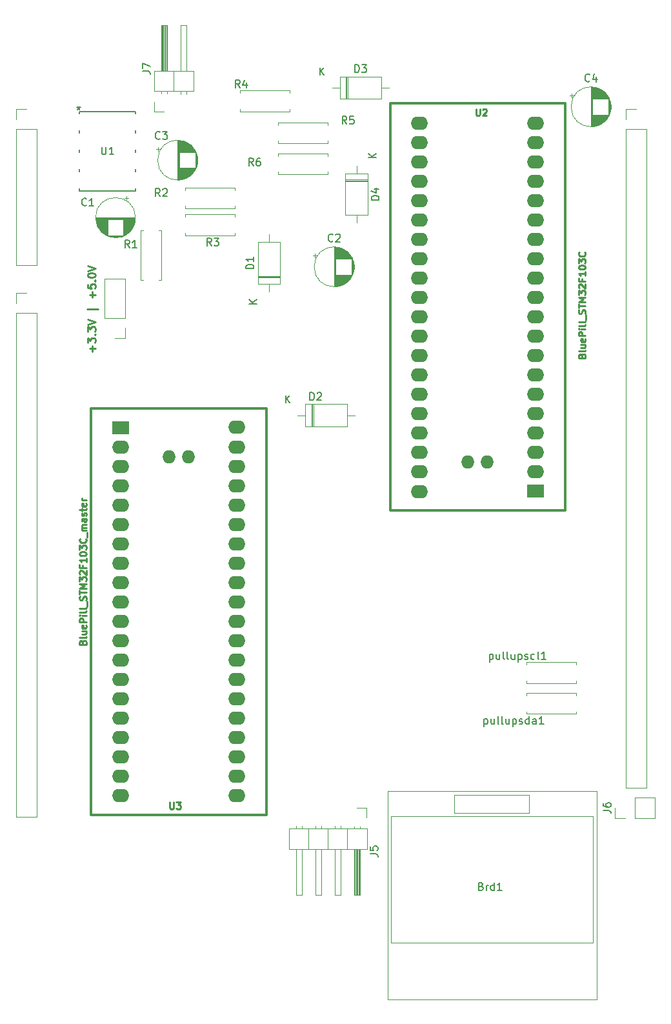
<source format=gbr>
%TF.GenerationSoftware,KiCad,Pcbnew,7.0.5-7.0.5~ubuntu20.04.1*%
%TF.CreationDate,2023-07-26T12:02:34-03:00*%
%TF.ProjectId,condicionamento_BIA_v01,636f6e64-6963-4696-9f6e-616d656e746f,v01*%
%TF.SameCoordinates,Original*%
%TF.FileFunction,Legend,Top*%
%TF.FilePolarity,Positive*%
%FSLAX46Y46*%
G04 Gerber Fmt 4.6, Leading zero omitted, Abs format (unit mm)*
G04 Created by KiCad (PCBNEW 7.0.5-7.0.5~ubuntu20.04.1) date 2023-07-26 12:02:34*
%MOMM*%
%LPD*%
G01*
G04 APERTURE LIST*
%ADD10C,0.254000*%
%ADD11C,0.150000*%
%ADD12C,0.222250*%
%ADD13C,0.120000*%
%ADD14C,0.304800*%
%ADD15C,0.152400*%
%ADD16R,2.250000X1.727200*%
%ADD17O,2.250000X1.727200*%
%ADD18O,1.727200X1.727200*%
G04 APERTURE END LIST*
D10*
X102225405Y-85313809D02*
X102225405Y-84539714D01*
X102612452Y-84926761D02*
X101838357Y-84926761D01*
X101596452Y-84152666D02*
X101596452Y-83523713D01*
X101596452Y-83523713D02*
X101983500Y-83862380D01*
X101983500Y-83862380D02*
X101983500Y-83717237D01*
X101983500Y-83717237D02*
X102031881Y-83620475D01*
X102031881Y-83620475D02*
X102080262Y-83572094D01*
X102080262Y-83572094D02*
X102177024Y-83523713D01*
X102177024Y-83523713D02*
X102418929Y-83523713D01*
X102418929Y-83523713D02*
X102515691Y-83572094D01*
X102515691Y-83572094D02*
X102564072Y-83620475D01*
X102564072Y-83620475D02*
X102612452Y-83717237D01*
X102612452Y-83717237D02*
X102612452Y-84007523D01*
X102612452Y-84007523D02*
X102564072Y-84104285D01*
X102564072Y-84104285D02*
X102515691Y-84152666D01*
X102515691Y-83088285D02*
X102564072Y-83039904D01*
X102564072Y-83039904D02*
X102612452Y-83088285D01*
X102612452Y-83088285D02*
X102564072Y-83136666D01*
X102564072Y-83136666D02*
X102515691Y-83088285D01*
X102515691Y-83088285D02*
X102612452Y-83088285D01*
X101596452Y-82701237D02*
X101596452Y-82072284D01*
X101596452Y-82072284D02*
X101983500Y-82410951D01*
X101983500Y-82410951D02*
X101983500Y-82265808D01*
X101983500Y-82265808D02*
X102031881Y-82169046D01*
X102031881Y-82169046D02*
X102080262Y-82120665D01*
X102080262Y-82120665D02*
X102177024Y-82072284D01*
X102177024Y-82072284D02*
X102418929Y-82072284D01*
X102418929Y-82072284D02*
X102515691Y-82120665D01*
X102515691Y-82120665D02*
X102564072Y-82169046D01*
X102564072Y-82169046D02*
X102612452Y-82265808D01*
X102612452Y-82265808D02*
X102612452Y-82556094D01*
X102612452Y-82556094D02*
X102564072Y-82652856D01*
X102564072Y-82652856D02*
X102515691Y-82701237D01*
X101596452Y-81781999D02*
X102612452Y-81443332D01*
X102612452Y-81443332D02*
X101596452Y-81104665D01*
X102951119Y-79749999D02*
X101499691Y-79749999D01*
X102225405Y-78250190D02*
X102225405Y-77476095D01*
X102612452Y-77863142D02*
X101838357Y-77863142D01*
X101596452Y-76508475D02*
X101596452Y-76992285D01*
X101596452Y-76992285D02*
X102080262Y-77040666D01*
X102080262Y-77040666D02*
X102031881Y-76992285D01*
X102031881Y-76992285D02*
X101983500Y-76895523D01*
X101983500Y-76895523D02*
X101983500Y-76653618D01*
X101983500Y-76653618D02*
X102031881Y-76556856D01*
X102031881Y-76556856D02*
X102080262Y-76508475D01*
X102080262Y-76508475D02*
X102177024Y-76460094D01*
X102177024Y-76460094D02*
X102418929Y-76460094D01*
X102418929Y-76460094D02*
X102515691Y-76508475D01*
X102515691Y-76508475D02*
X102564072Y-76556856D01*
X102564072Y-76556856D02*
X102612452Y-76653618D01*
X102612452Y-76653618D02*
X102612452Y-76895523D01*
X102612452Y-76895523D02*
X102564072Y-76992285D01*
X102564072Y-76992285D02*
X102515691Y-77040666D01*
X102515691Y-76024666D02*
X102564072Y-75976285D01*
X102564072Y-75976285D02*
X102612452Y-76024666D01*
X102612452Y-76024666D02*
X102564072Y-76073047D01*
X102564072Y-76073047D02*
X102515691Y-76024666D01*
X102515691Y-76024666D02*
X102612452Y-76024666D01*
X101596452Y-75347332D02*
X101596452Y-75250570D01*
X101596452Y-75250570D02*
X101644833Y-75153808D01*
X101644833Y-75153808D02*
X101693214Y-75105427D01*
X101693214Y-75105427D02*
X101789976Y-75057046D01*
X101789976Y-75057046D02*
X101983500Y-75008665D01*
X101983500Y-75008665D02*
X102225405Y-75008665D01*
X102225405Y-75008665D02*
X102418929Y-75057046D01*
X102418929Y-75057046D02*
X102515691Y-75105427D01*
X102515691Y-75105427D02*
X102564072Y-75153808D01*
X102564072Y-75153808D02*
X102612452Y-75250570D01*
X102612452Y-75250570D02*
X102612452Y-75347332D01*
X102612452Y-75347332D02*
X102564072Y-75444094D01*
X102564072Y-75444094D02*
X102515691Y-75492475D01*
X102515691Y-75492475D02*
X102418929Y-75540856D01*
X102418929Y-75540856D02*
X102225405Y-75589237D01*
X102225405Y-75589237D02*
X101983500Y-75589237D01*
X101983500Y-75589237D02*
X101789976Y-75540856D01*
X101789976Y-75540856D02*
X101693214Y-75492475D01*
X101693214Y-75492475D02*
X101644833Y-75444094D01*
X101644833Y-75444094D02*
X101596452Y-75347332D01*
X101596452Y-74718380D02*
X102612452Y-74379713D01*
X102612452Y-74379713D02*
X101596452Y-74041046D01*
D11*
%TO.C,R5*%
X135583333Y-55454819D02*
X135250000Y-54978628D01*
X135011905Y-55454819D02*
X135011905Y-54454819D01*
X135011905Y-54454819D02*
X135392857Y-54454819D01*
X135392857Y-54454819D02*
X135488095Y-54502438D01*
X135488095Y-54502438D02*
X135535714Y-54550057D01*
X135535714Y-54550057D02*
X135583333Y-54645295D01*
X135583333Y-54645295D02*
X135583333Y-54788152D01*
X135583333Y-54788152D02*
X135535714Y-54883390D01*
X135535714Y-54883390D02*
X135488095Y-54931009D01*
X135488095Y-54931009D02*
X135392857Y-54978628D01*
X135392857Y-54978628D02*
X135011905Y-54978628D01*
X136488095Y-54454819D02*
X136011905Y-54454819D01*
X136011905Y-54454819D02*
X135964286Y-54931009D01*
X135964286Y-54931009D02*
X136011905Y-54883390D01*
X136011905Y-54883390D02*
X136107143Y-54835771D01*
X136107143Y-54835771D02*
X136345238Y-54835771D01*
X136345238Y-54835771D02*
X136440476Y-54883390D01*
X136440476Y-54883390D02*
X136488095Y-54931009D01*
X136488095Y-54931009D02*
X136535714Y-55026247D01*
X136535714Y-55026247D02*
X136535714Y-55264342D01*
X136535714Y-55264342D02*
X136488095Y-55359580D01*
X136488095Y-55359580D02*
X136440476Y-55407200D01*
X136440476Y-55407200D02*
X136345238Y-55454819D01*
X136345238Y-55454819D02*
X136107143Y-55454819D01*
X136107143Y-55454819D02*
X136011905Y-55407200D01*
X136011905Y-55407200D02*
X135964286Y-55359580D01*
%TO.C,Brd1*%
X153233333Y-155485009D02*
X153376190Y-155532628D01*
X153376190Y-155532628D02*
X153423809Y-155580247D01*
X153423809Y-155580247D02*
X153471428Y-155675485D01*
X153471428Y-155675485D02*
X153471428Y-155818342D01*
X153471428Y-155818342D02*
X153423809Y-155913580D01*
X153423809Y-155913580D02*
X153376190Y-155961200D01*
X153376190Y-155961200D02*
X153280952Y-156008819D01*
X153280952Y-156008819D02*
X152900000Y-156008819D01*
X152900000Y-156008819D02*
X152900000Y-155008819D01*
X152900000Y-155008819D02*
X153233333Y-155008819D01*
X153233333Y-155008819D02*
X153328571Y-155056438D01*
X153328571Y-155056438D02*
X153376190Y-155104057D01*
X153376190Y-155104057D02*
X153423809Y-155199295D01*
X153423809Y-155199295D02*
X153423809Y-155294533D01*
X153423809Y-155294533D02*
X153376190Y-155389771D01*
X153376190Y-155389771D02*
X153328571Y-155437390D01*
X153328571Y-155437390D02*
X153233333Y-155485009D01*
X153233333Y-155485009D02*
X152900000Y-155485009D01*
X153900000Y-156008819D02*
X153900000Y-155342152D01*
X153900000Y-155532628D02*
X153947619Y-155437390D01*
X153947619Y-155437390D02*
X153995238Y-155389771D01*
X153995238Y-155389771D02*
X154090476Y-155342152D01*
X154090476Y-155342152D02*
X154185714Y-155342152D01*
X154947619Y-156008819D02*
X154947619Y-155008819D01*
X154947619Y-155961200D02*
X154852381Y-156008819D01*
X154852381Y-156008819D02*
X154661905Y-156008819D01*
X154661905Y-156008819D02*
X154566667Y-155961200D01*
X154566667Y-155961200D02*
X154519048Y-155913580D01*
X154519048Y-155913580D02*
X154471429Y-155818342D01*
X154471429Y-155818342D02*
X154471429Y-155532628D01*
X154471429Y-155532628D02*
X154519048Y-155437390D01*
X154519048Y-155437390D02*
X154566667Y-155389771D01*
X154566667Y-155389771D02*
X154661905Y-155342152D01*
X154661905Y-155342152D02*
X154852381Y-155342152D01*
X154852381Y-155342152D02*
X154947619Y-155389771D01*
X155947619Y-156008819D02*
X155376191Y-156008819D01*
X155661905Y-156008819D02*
X155661905Y-155008819D01*
X155661905Y-155008819D02*
X155566667Y-155151676D01*
X155566667Y-155151676D02*
X155471429Y-155246914D01*
X155471429Y-155246914D02*
X155376191Y-155294533D01*
%TO.C,R2*%
X111083333Y-64954819D02*
X110750000Y-64478628D01*
X110511905Y-64954819D02*
X110511905Y-63954819D01*
X110511905Y-63954819D02*
X110892857Y-63954819D01*
X110892857Y-63954819D02*
X110988095Y-64002438D01*
X110988095Y-64002438D02*
X111035714Y-64050057D01*
X111035714Y-64050057D02*
X111083333Y-64145295D01*
X111083333Y-64145295D02*
X111083333Y-64288152D01*
X111083333Y-64288152D02*
X111035714Y-64383390D01*
X111035714Y-64383390D02*
X110988095Y-64431009D01*
X110988095Y-64431009D02*
X110892857Y-64478628D01*
X110892857Y-64478628D02*
X110511905Y-64478628D01*
X111464286Y-64050057D02*
X111511905Y-64002438D01*
X111511905Y-64002438D02*
X111607143Y-63954819D01*
X111607143Y-63954819D02*
X111845238Y-63954819D01*
X111845238Y-63954819D02*
X111940476Y-64002438D01*
X111940476Y-64002438D02*
X111988095Y-64050057D01*
X111988095Y-64050057D02*
X112035714Y-64145295D01*
X112035714Y-64145295D02*
X112035714Y-64240533D01*
X112035714Y-64240533D02*
X111988095Y-64383390D01*
X111988095Y-64383390D02*
X111416667Y-64954819D01*
X111416667Y-64954819D02*
X112035714Y-64954819D01*
%TO.C,R3*%
X117833333Y-71454819D02*
X117500000Y-70978628D01*
X117261905Y-71454819D02*
X117261905Y-70454819D01*
X117261905Y-70454819D02*
X117642857Y-70454819D01*
X117642857Y-70454819D02*
X117738095Y-70502438D01*
X117738095Y-70502438D02*
X117785714Y-70550057D01*
X117785714Y-70550057D02*
X117833333Y-70645295D01*
X117833333Y-70645295D02*
X117833333Y-70788152D01*
X117833333Y-70788152D02*
X117785714Y-70883390D01*
X117785714Y-70883390D02*
X117738095Y-70931009D01*
X117738095Y-70931009D02*
X117642857Y-70978628D01*
X117642857Y-70978628D02*
X117261905Y-70978628D01*
X118166667Y-70454819D02*
X118785714Y-70454819D01*
X118785714Y-70454819D02*
X118452381Y-70835771D01*
X118452381Y-70835771D02*
X118595238Y-70835771D01*
X118595238Y-70835771D02*
X118690476Y-70883390D01*
X118690476Y-70883390D02*
X118738095Y-70931009D01*
X118738095Y-70931009D02*
X118785714Y-71026247D01*
X118785714Y-71026247D02*
X118785714Y-71264342D01*
X118785714Y-71264342D02*
X118738095Y-71359580D01*
X118738095Y-71359580D02*
X118690476Y-71407200D01*
X118690476Y-71407200D02*
X118595238Y-71454819D01*
X118595238Y-71454819D02*
X118309524Y-71454819D01*
X118309524Y-71454819D02*
X118214286Y-71407200D01*
X118214286Y-71407200D02*
X118166667Y-71359580D01*
%TO.C,D3*%
X136661905Y-48684819D02*
X136661905Y-47684819D01*
X136661905Y-47684819D02*
X136900000Y-47684819D01*
X136900000Y-47684819D02*
X137042857Y-47732438D01*
X137042857Y-47732438D02*
X137138095Y-47827676D01*
X137138095Y-47827676D02*
X137185714Y-47922914D01*
X137185714Y-47922914D02*
X137233333Y-48113390D01*
X137233333Y-48113390D02*
X137233333Y-48256247D01*
X137233333Y-48256247D02*
X137185714Y-48446723D01*
X137185714Y-48446723D02*
X137138095Y-48541961D01*
X137138095Y-48541961D02*
X137042857Y-48637200D01*
X137042857Y-48637200D02*
X136900000Y-48684819D01*
X136900000Y-48684819D02*
X136661905Y-48684819D01*
X137566667Y-47684819D02*
X138185714Y-47684819D01*
X138185714Y-47684819D02*
X137852381Y-48065771D01*
X137852381Y-48065771D02*
X137995238Y-48065771D01*
X137995238Y-48065771D02*
X138090476Y-48113390D01*
X138090476Y-48113390D02*
X138138095Y-48161009D01*
X138138095Y-48161009D02*
X138185714Y-48256247D01*
X138185714Y-48256247D02*
X138185714Y-48494342D01*
X138185714Y-48494342D02*
X138138095Y-48589580D01*
X138138095Y-48589580D02*
X138090476Y-48637200D01*
X138090476Y-48637200D02*
X137995238Y-48684819D01*
X137995238Y-48684819D02*
X137709524Y-48684819D01*
X137709524Y-48684819D02*
X137614286Y-48637200D01*
X137614286Y-48637200D02*
X137566667Y-48589580D01*
X132058095Y-49054819D02*
X132058095Y-48054819D01*
X132629523Y-49054819D02*
X132200952Y-48483390D01*
X132629523Y-48054819D02*
X132058095Y-48626247D01*
%TO.C,J6*%
X169249819Y-145533333D02*
X169964104Y-145533333D01*
X169964104Y-145533333D02*
X170106961Y-145580952D01*
X170106961Y-145580952D02*
X170202200Y-145676190D01*
X170202200Y-145676190D02*
X170249819Y-145819047D01*
X170249819Y-145819047D02*
X170249819Y-145914285D01*
X169249819Y-144628571D02*
X169249819Y-144819047D01*
X169249819Y-144819047D02*
X169297438Y-144914285D01*
X169297438Y-144914285D02*
X169345057Y-144961904D01*
X169345057Y-144961904D02*
X169487914Y-145057142D01*
X169487914Y-145057142D02*
X169678390Y-145104761D01*
X169678390Y-145104761D02*
X170059342Y-145104761D01*
X170059342Y-145104761D02*
X170154580Y-145057142D01*
X170154580Y-145057142D02*
X170202200Y-145009523D01*
X170202200Y-145009523D02*
X170249819Y-144914285D01*
X170249819Y-144914285D02*
X170249819Y-144723809D01*
X170249819Y-144723809D02*
X170202200Y-144628571D01*
X170202200Y-144628571D02*
X170154580Y-144580952D01*
X170154580Y-144580952D02*
X170059342Y-144533333D01*
X170059342Y-144533333D02*
X169821247Y-144533333D01*
X169821247Y-144533333D02*
X169726009Y-144580952D01*
X169726009Y-144580952D02*
X169678390Y-144628571D01*
X169678390Y-144628571D02*
X169630771Y-144723809D01*
X169630771Y-144723809D02*
X169630771Y-144914285D01*
X169630771Y-144914285D02*
X169678390Y-145009523D01*
X169678390Y-145009523D02*
X169726009Y-145057142D01*
X169726009Y-145057142D02*
X169821247Y-145104761D01*
%TO.C,D4*%
X139824819Y-65438094D02*
X138824819Y-65438094D01*
X138824819Y-65438094D02*
X138824819Y-65199999D01*
X138824819Y-65199999D02*
X138872438Y-65057142D01*
X138872438Y-65057142D02*
X138967676Y-64961904D01*
X138967676Y-64961904D02*
X139062914Y-64914285D01*
X139062914Y-64914285D02*
X139253390Y-64866666D01*
X139253390Y-64866666D02*
X139396247Y-64866666D01*
X139396247Y-64866666D02*
X139586723Y-64914285D01*
X139586723Y-64914285D02*
X139681961Y-64961904D01*
X139681961Y-64961904D02*
X139777200Y-65057142D01*
X139777200Y-65057142D02*
X139824819Y-65199999D01*
X139824819Y-65199999D02*
X139824819Y-65438094D01*
X139158152Y-64009523D02*
X139824819Y-64009523D01*
X138777200Y-64247618D02*
X139491485Y-64485713D01*
X139491485Y-64485713D02*
X139491485Y-63866666D01*
X139454819Y-59881904D02*
X138454819Y-59881904D01*
X139454819Y-59310476D02*
X138883390Y-59739047D01*
X138454819Y-59310476D02*
X139026247Y-59881904D01*
%TO.C,J7*%
X108809819Y-48523333D02*
X109524104Y-48523333D01*
X109524104Y-48523333D02*
X109666961Y-48570952D01*
X109666961Y-48570952D02*
X109762200Y-48666190D01*
X109762200Y-48666190D02*
X109809819Y-48809047D01*
X109809819Y-48809047D02*
X109809819Y-48904285D01*
X108809819Y-48142380D02*
X108809819Y-47475714D01*
X108809819Y-47475714D02*
X109809819Y-47904285D01*
%TO.C,D1*%
X123384819Y-74438094D02*
X122384819Y-74438094D01*
X122384819Y-74438094D02*
X122384819Y-74199999D01*
X122384819Y-74199999D02*
X122432438Y-74057142D01*
X122432438Y-74057142D02*
X122527676Y-73961904D01*
X122527676Y-73961904D02*
X122622914Y-73914285D01*
X122622914Y-73914285D02*
X122813390Y-73866666D01*
X122813390Y-73866666D02*
X122956247Y-73866666D01*
X122956247Y-73866666D02*
X123146723Y-73914285D01*
X123146723Y-73914285D02*
X123241961Y-73961904D01*
X123241961Y-73961904D02*
X123337200Y-74057142D01*
X123337200Y-74057142D02*
X123384819Y-74199999D01*
X123384819Y-74199999D02*
X123384819Y-74438094D01*
X123384819Y-72914285D02*
X123384819Y-73485713D01*
X123384819Y-73199999D02*
X122384819Y-73199999D01*
X122384819Y-73199999D02*
X122527676Y-73295237D01*
X122527676Y-73295237D02*
X122622914Y-73390475D01*
X122622914Y-73390475D02*
X122670533Y-73485713D01*
X123754819Y-79041904D02*
X122754819Y-79041904D01*
X123754819Y-78470476D02*
X123183390Y-78899047D01*
X122754819Y-78470476D02*
X123326247Y-79041904D01*
D12*
%TO.C,U2*%
X152559866Y-53493712D02*
X152559866Y-54213379D01*
X152559866Y-54213379D02*
X152602200Y-54298045D01*
X152602200Y-54298045D02*
X152644533Y-54340379D01*
X152644533Y-54340379D02*
X152729200Y-54382712D01*
X152729200Y-54382712D02*
X152898533Y-54382712D01*
X152898533Y-54382712D02*
X152983200Y-54340379D01*
X152983200Y-54340379D02*
X153025533Y-54298045D01*
X153025533Y-54298045D02*
X153067866Y-54213379D01*
X153067866Y-54213379D02*
X153067866Y-53493712D01*
X153448866Y-53578379D02*
X153491199Y-53536045D01*
X153491199Y-53536045D02*
X153575866Y-53493712D01*
X153575866Y-53493712D02*
X153787533Y-53493712D01*
X153787533Y-53493712D02*
X153872199Y-53536045D01*
X153872199Y-53536045D02*
X153914533Y-53578379D01*
X153914533Y-53578379D02*
X153956866Y-53663045D01*
X153956866Y-53663045D02*
X153956866Y-53747712D01*
X153956866Y-53747712D02*
X153914533Y-53874712D01*
X153914533Y-53874712D02*
X153406533Y-54382712D01*
X153406533Y-54382712D02*
X153956866Y-54382712D01*
X166434045Y-85875167D02*
X166476379Y-85748167D01*
X166476379Y-85748167D02*
X166518712Y-85705833D01*
X166518712Y-85705833D02*
X166603379Y-85663500D01*
X166603379Y-85663500D02*
X166730379Y-85663500D01*
X166730379Y-85663500D02*
X166815045Y-85705833D01*
X166815045Y-85705833D02*
X166857379Y-85748167D01*
X166857379Y-85748167D02*
X166899712Y-85832833D01*
X166899712Y-85832833D02*
X166899712Y-86171500D01*
X166899712Y-86171500D02*
X166010712Y-86171500D01*
X166010712Y-86171500D02*
X166010712Y-85875167D01*
X166010712Y-85875167D02*
X166053045Y-85790500D01*
X166053045Y-85790500D02*
X166095379Y-85748167D01*
X166095379Y-85748167D02*
X166180045Y-85705833D01*
X166180045Y-85705833D02*
X166264712Y-85705833D01*
X166264712Y-85705833D02*
X166349379Y-85748167D01*
X166349379Y-85748167D02*
X166391712Y-85790500D01*
X166391712Y-85790500D02*
X166434045Y-85875167D01*
X166434045Y-85875167D02*
X166434045Y-86171500D01*
X166899712Y-85155500D02*
X166857379Y-85240167D01*
X166857379Y-85240167D02*
X166772712Y-85282500D01*
X166772712Y-85282500D02*
X166010712Y-85282500D01*
X166307045Y-84435833D02*
X166899712Y-84435833D01*
X166307045Y-84816833D02*
X166772712Y-84816833D01*
X166772712Y-84816833D02*
X166857379Y-84774500D01*
X166857379Y-84774500D02*
X166899712Y-84689833D01*
X166899712Y-84689833D02*
X166899712Y-84562833D01*
X166899712Y-84562833D02*
X166857379Y-84478166D01*
X166857379Y-84478166D02*
X166815045Y-84435833D01*
X166857379Y-83673833D02*
X166899712Y-83758500D01*
X166899712Y-83758500D02*
X166899712Y-83927833D01*
X166899712Y-83927833D02*
X166857379Y-84012500D01*
X166857379Y-84012500D02*
X166772712Y-84054833D01*
X166772712Y-84054833D02*
X166434045Y-84054833D01*
X166434045Y-84054833D02*
X166349379Y-84012500D01*
X166349379Y-84012500D02*
X166307045Y-83927833D01*
X166307045Y-83927833D02*
X166307045Y-83758500D01*
X166307045Y-83758500D02*
X166349379Y-83673833D01*
X166349379Y-83673833D02*
X166434045Y-83631500D01*
X166434045Y-83631500D02*
X166518712Y-83631500D01*
X166518712Y-83631500D02*
X166603379Y-84054833D01*
X166899712Y-83250500D02*
X166010712Y-83250500D01*
X166010712Y-83250500D02*
X166010712Y-82911833D01*
X166010712Y-82911833D02*
X166053045Y-82827167D01*
X166053045Y-82827167D02*
X166095379Y-82784833D01*
X166095379Y-82784833D02*
X166180045Y-82742500D01*
X166180045Y-82742500D02*
X166307045Y-82742500D01*
X166307045Y-82742500D02*
X166391712Y-82784833D01*
X166391712Y-82784833D02*
X166434045Y-82827167D01*
X166434045Y-82827167D02*
X166476379Y-82911833D01*
X166476379Y-82911833D02*
X166476379Y-83250500D01*
X166899712Y-82361500D02*
X166307045Y-82361500D01*
X166010712Y-82361500D02*
X166053045Y-82403833D01*
X166053045Y-82403833D02*
X166095379Y-82361500D01*
X166095379Y-82361500D02*
X166053045Y-82319167D01*
X166053045Y-82319167D02*
X166010712Y-82361500D01*
X166010712Y-82361500D02*
X166095379Y-82361500D01*
X166899712Y-81811167D02*
X166857379Y-81895834D01*
X166857379Y-81895834D02*
X166772712Y-81938167D01*
X166772712Y-81938167D02*
X166010712Y-81938167D01*
X166899712Y-81345500D02*
X166857379Y-81430167D01*
X166857379Y-81430167D02*
X166772712Y-81472500D01*
X166772712Y-81472500D02*
X166010712Y-81472500D01*
X166984379Y-81218500D02*
X166984379Y-80541166D01*
X166857379Y-80371833D02*
X166899712Y-80244833D01*
X166899712Y-80244833D02*
X166899712Y-80033167D01*
X166899712Y-80033167D02*
X166857379Y-79948500D01*
X166857379Y-79948500D02*
X166815045Y-79906167D01*
X166815045Y-79906167D02*
X166730379Y-79863833D01*
X166730379Y-79863833D02*
X166645712Y-79863833D01*
X166645712Y-79863833D02*
X166561045Y-79906167D01*
X166561045Y-79906167D02*
X166518712Y-79948500D01*
X166518712Y-79948500D02*
X166476379Y-80033167D01*
X166476379Y-80033167D02*
X166434045Y-80202500D01*
X166434045Y-80202500D02*
X166391712Y-80287167D01*
X166391712Y-80287167D02*
X166349379Y-80329500D01*
X166349379Y-80329500D02*
X166264712Y-80371833D01*
X166264712Y-80371833D02*
X166180045Y-80371833D01*
X166180045Y-80371833D02*
X166095379Y-80329500D01*
X166095379Y-80329500D02*
X166053045Y-80287167D01*
X166053045Y-80287167D02*
X166010712Y-80202500D01*
X166010712Y-80202500D02*
X166010712Y-79990833D01*
X166010712Y-79990833D02*
X166053045Y-79863833D01*
X166010712Y-79609833D02*
X166010712Y-79101833D01*
X166899712Y-79355833D02*
X166010712Y-79355833D01*
X166899712Y-78805500D02*
X166010712Y-78805500D01*
X166010712Y-78805500D02*
X166645712Y-78509167D01*
X166645712Y-78509167D02*
X166010712Y-78212833D01*
X166010712Y-78212833D02*
X166899712Y-78212833D01*
X166010712Y-77874167D02*
X166010712Y-77323833D01*
X166010712Y-77323833D02*
X166349379Y-77620167D01*
X166349379Y-77620167D02*
X166349379Y-77493167D01*
X166349379Y-77493167D02*
X166391712Y-77408500D01*
X166391712Y-77408500D02*
X166434045Y-77366167D01*
X166434045Y-77366167D02*
X166518712Y-77323833D01*
X166518712Y-77323833D02*
X166730379Y-77323833D01*
X166730379Y-77323833D02*
X166815045Y-77366167D01*
X166815045Y-77366167D02*
X166857379Y-77408500D01*
X166857379Y-77408500D02*
X166899712Y-77493167D01*
X166899712Y-77493167D02*
X166899712Y-77747167D01*
X166899712Y-77747167D02*
X166857379Y-77831833D01*
X166857379Y-77831833D02*
X166815045Y-77874167D01*
X166095379Y-76985166D02*
X166053045Y-76942833D01*
X166053045Y-76942833D02*
X166010712Y-76858166D01*
X166010712Y-76858166D02*
X166010712Y-76646500D01*
X166010712Y-76646500D02*
X166053045Y-76561833D01*
X166053045Y-76561833D02*
X166095379Y-76519500D01*
X166095379Y-76519500D02*
X166180045Y-76477166D01*
X166180045Y-76477166D02*
X166264712Y-76477166D01*
X166264712Y-76477166D02*
X166391712Y-76519500D01*
X166391712Y-76519500D02*
X166899712Y-77027500D01*
X166899712Y-77027500D02*
X166899712Y-76477166D01*
X166434045Y-75799833D02*
X166434045Y-76096166D01*
X166899712Y-76096166D02*
X166010712Y-76096166D01*
X166010712Y-76096166D02*
X166010712Y-75672833D01*
X166899712Y-74868499D02*
X166899712Y-75376499D01*
X166899712Y-75122499D02*
X166010712Y-75122499D01*
X166010712Y-75122499D02*
X166137712Y-75207166D01*
X166137712Y-75207166D02*
X166222379Y-75291833D01*
X166222379Y-75291833D02*
X166264712Y-75376499D01*
X166010712Y-74318166D02*
X166010712Y-74233499D01*
X166010712Y-74233499D02*
X166053045Y-74148832D01*
X166053045Y-74148832D02*
X166095379Y-74106499D01*
X166095379Y-74106499D02*
X166180045Y-74064166D01*
X166180045Y-74064166D02*
X166349379Y-74021832D01*
X166349379Y-74021832D02*
X166561045Y-74021832D01*
X166561045Y-74021832D02*
X166730379Y-74064166D01*
X166730379Y-74064166D02*
X166815045Y-74106499D01*
X166815045Y-74106499D02*
X166857379Y-74148832D01*
X166857379Y-74148832D02*
X166899712Y-74233499D01*
X166899712Y-74233499D02*
X166899712Y-74318166D01*
X166899712Y-74318166D02*
X166857379Y-74402832D01*
X166857379Y-74402832D02*
X166815045Y-74445166D01*
X166815045Y-74445166D02*
X166730379Y-74487499D01*
X166730379Y-74487499D02*
X166561045Y-74529832D01*
X166561045Y-74529832D02*
X166349379Y-74529832D01*
X166349379Y-74529832D02*
X166180045Y-74487499D01*
X166180045Y-74487499D02*
X166095379Y-74445166D01*
X166095379Y-74445166D02*
X166053045Y-74402832D01*
X166053045Y-74402832D02*
X166010712Y-74318166D01*
X166010712Y-73725499D02*
X166010712Y-73175165D01*
X166010712Y-73175165D02*
X166349379Y-73471499D01*
X166349379Y-73471499D02*
X166349379Y-73344499D01*
X166349379Y-73344499D02*
X166391712Y-73259832D01*
X166391712Y-73259832D02*
X166434045Y-73217499D01*
X166434045Y-73217499D02*
X166518712Y-73175165D01*
X166518712Y-73175165D02*
X166730379Y-73175165D01*
X166730379Y-73175165D02*
X166815045Y-73217499D01*
X166815045Y-73217499D02*
X166857379Y-73259832D01*
X166857379Y-73259832D02*
X166899712Y-73344499D01*
X166899712Y-73344499D02*
X166899712Y-73598499D01*
X166899712Y-73598499D02*
X166857379Y-73683165D01*
X166857379Y-73683165D02*
X166815045Y-73725499D01*
X166815045Y-72286165D02*
X166857379Y-72328498D01*
X166857379Y-72328498D02*
X166899712Y-72455498D01*
X166899712Y-72455498D02*
X166899712Y-72540165D01*
X166899712Y-72540165D02*
X166857379Y-72667165D01*
X166857379Y-72667165D02*
X166772712Y-72751832D01*
X166772712Y-72751832D02*
X166688045Y-72794165D01*
X166688045Y-72794165D02*
X166518712Y-72836498D01*
X166518712Y-72836498D02*
X166391712Y-72836498D01*
X166391712Y-72836498D02*
X166222379Y-72794165D01*
X166222379Y-72794165D02*
X166137712Y-72751832D01*
X166137712Y-72751832D02*
X166053045Y-72667165D01*
X166053045Y-72667165D02*
X166010712Y-72540165D01*
X166010712Y-72540165D02*
X166010712Y-72455498D01*
X166010712Y-72455498D02*
X166053045Y-72328498D01*
X166053045Y-72328498D02*
X166095379Y-72286165D01*
D11*
%TO.C,pullupsda1*%
X153619047Y-133538152D02*
X153619047Y-134538152D01*
X153619047Y-133585771D02*
X153714285Y-133538152D01*
X153714285Y-133538152D02*
X153904761Y-133538152D01*
X153904761Y-133538152D02*
X153999999Y-133585771D01*
X153999999Y-133585771D02*
X154047618Y-133633390D01*
X154047618Y-133633390D02*
X154095237Y-133728628D01*
X154095237Y-133728628D02*
X154095237Y-134014342D01*
X154095237Y-134014342D02*
X154047618Y-134109580D01*
X154047618Y-134109580D02*
X153999999Y-134157200D01*
X153999999Y-134157200D02*
X153904761Y-134204819D01*
X153904761Y-134204819D02*
X153714285Y-134204819D01*
X153714285Y-134204819D02*
X153619047Y-134157200D01*
X154952380Y-133538152D02*
X154952380Y-134204819D01*
X154523809Y-133538152D02*
X154523809Y-134061961D01*
X154523809Y-134061961D02*
X154571428Y-134157200D01*
X154571428Y-134157200D02*
X154666666Y-134204819D01*
X154666666Y-134204819D02*
X154809523Y-134204819D01*
X154809523Y-134204819D02*
X154904761Y-134157200D01*
X154904761Y-134157200D02*
X154952380Y-134109580D01*
X155571428Y-134204819D02*
X155476190Y-134157200D01*
X155476190Y-134157200D02*
X155428571Y-134061961D01*
X155428571Y-134061961D02*
X155428571Y-133204819D01*
X156095238Y-134204819D02*
X156000000Y-134157200D01*
X156000000Y-134157200D02*
X155952381Y-134061961D01*
X155952381Y-134061961D02*
X155952381Y-133204819D01*
X156904762Y-133538152D02*
X156904762Y-134204819D01*
X156476191Y-133538152D02*
X156476191Y-134061961D01*
X156476191Y-134061961D02*
X156523810Y-134157200D01*
X156523810Y-134157200D02*
X156619048Y-134204819D01*
X156619048Y-134204819D02*
X156761905Y-134204819D01*
X156761905Y-134204819D02*
X156857143Y-134157200D01*
X156857143Y-134157200D02*
X156904762Y-134109580D01*
X157380953Y-133538152D02*
X157380953Y-134538152D01*
X157380953Y-133585771D02*
X157476191Y-133538152D01*
X157476191Y-133538152D02*
X157666667Y-133538152D01*
X157666667Y-133538152D02*
X157761905Y-133585771D01*
X157761905Y-133585771D02*
X157809524Y-133633390D01*
X157809524Y-133633390D02*
X157857143Y-133728628D01*
X157857143Y-133728628D02*
X157857143Y-134014342D01*
X157857143Y-134014342D02*
X157809524Y-134109580D01*
X157809524Y-134109580D02*
X157761905Y-134157200D01*
X157761905Y-134157200D02*
X157666667Y-134204819D01*
X157666667Y-134204819D02*
X157476191Y-134204819D01*
X157476191Y-134204819D02*
X157380953Y-134157200D01*
X158238096Y-134157200D02*
X158333334Y-134204819D01*
X158333334Y-134204819D02*
X158523810Y-134204819D01*
X158523810Y-134204819D02*
X158619048Y-134157200D01*
X158619048Y-134157200D02*
X158666667Y-134061961D01*
X158666667Y-134061961D02*
X158666667Y-134014342D01*
X158666667Y-134014342D02*
X158619048Y-133919104D01*
X158619048Y-133919104D02*
X158523810Y-133871485D01*
X158523810Y-133871485D02*
X158380953Y-133871485D01*
X158380953Y-133871485D02*
X158285715Y-133823866D01*
X158285715Y-133823866D02*
X158238096Y-133728628D01*
X158238096Y-133728628D02*
X158238096Y-133681009D01*
X158238096Y-133681009D02*
X158285715Y-133585771D01*
X158285715Y-133585771D02*
X158380953Y-133538152D01*
X158380953Y-133538152D02*
X158523810Y-133538152D01*
X158523810Y-133538152D02*
X158619048Y-133585771D01*
X159523810Y-134204819D02*
X159523810Y-133204819D01*
X159523810Y-134157200D02*
X159428572Y-134204819D01*
X159428572Y-134204819D02*
X159238096Y-134204819D01*
X159238096Y-134204819D02*
X159142858Y-134157200D01*
X159142858Y-134157200D02*
X159095239Y-134109580D01*
X159095239Y-134109580D02*
X159047620Y-134014342D01*
X159047620Y-134014342D02*
X159047620Y-133728628D01*
X159047620Y-133728628D02*
X159095239Y-133633390D01*
X159095239Y-133633390D02*
X159142858Y-133585771D01*
X159142858Y-133585771D02*
X159238096Y-133538152D01*
X159238096Y-133538152D02*
X159428572Y-133538152D01*
X159428572Y-133538152D02*
X159523810Y-133585771D01*
X160428572Y-134204819D02*
X160428572Y-133681009D01*
X160428572Y-133681009D02*
X160380953Y-133585771D01*
X160380953Y-133585771D02*
X160285715Y-133538152D01*
X160285715Y-133538152D02*
X160095239Y-133538152D01*
X160095239Y-133538152D02*
X160000001Y-133585771D01*
X160428572Y-134157200D02*
X160333334Y-134204819D01*
X160333334Y-134204819D02*
X160095239Y-134204819D01*
X160095239Y-134204819D02*
X160000001Y-134157200D01*
X160000001Y-134157200D02*
X159952382Y-134061961D01*
X159952382Y-134061961D02*
X159952382Y-133966723D01*
X159952382Y-133966723D02*
X160000001Y-133871485D01*
X160000001Y-133871485D02*
X160095239Y-133823866D01*
X160095239Y-133823866D02*
X160333334Y-133823866D01*
X160333334Y-133823866D02*
X160428572Y-133776247D01*
X161428572Y-134204819D02*
X160857144Y-134204819D01*
X161142858Y-134204819D02*
X161142858Y-133204819D01*
X161142858Y-133204819D02*
X161047620Y-133347676D01*
X161047620Y-133347676D02*
X160952382Y-133442914D01*
X160952382Y-133442914D02*
X160857144Y-133490533D01*
%TO.C,C3*%
X111083333Y-57359580D02*
X111035714Y-57407200D01*
X111035714Y-57407200D02*
X110892857Y-57454819D01*
X110892857Y-57454819D02*
X110797619Y-57454819D01*
X110797619Y-57454819D02*
X110654762Y-57407200D01*
X110654762Y-57407200D02*
X110559524Y-57311961D01*
X110559524Y-57311961D02*
X110511905Y-57216723D01*
X110511905Y-57216723D02*
X110464286Y-57026247D01*
X110464286Y-57026247D02*
X110464286Y-56883390D01*
X110464286Y-56883390D02*
X110511905Y-56692914D01*
X110511905Y-56692914D02*
X110559524Y-56597676D01*
X110559524Y-56597676D02*
X110654762Y-56502438D01*
X110654762Y-56502438D02*
X110797619Y-56454819D01*
X110797619Y-56454819D02*
X110892857Y-56454819D01*
X110892857Y-56454819D02*
X111035714Y-56502438D01*
X111035714Y-56502438D02*
X111083333Y-56550057D01*
X111416667Y-56454819D02*
X112035714Y-56454819D01*
X112035714Y-56454819D02*
X111702381Y-56835771D01*
X111702381Y-56835771D02*
X111845238Y-56835771D01*
X111845238Y-56835771D02*
X111940476Y-56883390D01*
X111940476Y-56883390D02*
X111988095Y-56931009D01*
X111988095Y-56931009D02*
X112035714Y-57026247D01*
X112035714Y-57026247D02*
X112035714Y-57264342D01*
X112035714Y-57264342D02*
X111988095Y-57359580D01*
X111988095Y-57359580D02*
X111940476Y-57407200D01*
X111940476Y-57407200D02*
X111845238Y-57454819D01*
X111845238Y-57454819D02*
X111559524Y-57454819D01*
X111559524Y-57454819D02*
X111464286Y-57407200D01*
X111464286Y-57407200D02*
X111416667Y-57359580D01*
%TO.C,J5*%
X138674819Y-151218333D02*
X139389104Y-151218333D01*
X139389104Y-151218333D02*
X139531961Y-151265952D01*
X139531961Y-151265952D02*
X139627200Y-151361190D01*
X139627200Y-151361190D02*
X139674819Y-151504047D01*
X139674819Y-151504047D02*
X139674819Y-151599285D01*
X138674819Y-150265952D02*
X138674819Y-150742142D01*
X138674819Y-150742142D02*
X139151009Y-150789761D01*
X139151009Y-150789761D02*
X139103390Y-150742142D01*
X139103390Y-150742142D02*
X139055771Y-150646904D01*
X139055771Y-150646904D02*
X139055771Y-150408809D01*
X139055771Y-150408809D02*
X139103390Y-150313571D01*
X139103390Y-150313571D02*
X139151009Y-150265952D01*
X139151009Y-150265952D02*
X139246247Y-150218333D01*
X139246247Y-150218333D02*
X139484342Y-150218333D01*
X139484342Y-150218333D02*
X139579580Y-150265952D01*
X139579580Y-150265952D02*
X139627200Y-150313571D01*
X139627200Y-150313571D02*
X139674819Y-150408809D01*
X139674819Y-150408809D02*
X139674819Y-150646904D01*
X139674819Y-150646904D02*
X139627200Y-150742142D01*
X139627200Y-150742142D02*
X139579580Y-150789761D01*
%TO.C,U1*%
X103448095Y-58464819D02*
X103448095Y-59274342D01*
X103448095Y-59274342D02*
X103495714Y-59369580D01*
X103495714Y-59369580D02*
X103543333Y-59417200D01*
X103543333Y-59417200D02*
X103638571Y-59464819D01*
X103638571Y-59464819D02*
X103829047Y-59464819D01*
X103829047Y-59464819D02*
X103924285Y-59417200D01*
X103924285Y-59417200D02*
X103971904Y-59369580D01*
X103971904Y-59369580D02*
X104019523Y-59274342D01*
X104019523Y-59274342D02*
X104019523Y-58464819D01*
X105019523Y-59464819D02*
X104448095Y-59464819D01*
X104733809Y-59464819D02*
X104733809Y-58464819D01*
X104733809Y-58464819D02*
X104638571Y-58607676D01*
X104638571Y-58607676D02*
X104543333Y-58702914D01*
X104543333Y-58702914D02*
X104448095Y-58750533D01*
X100400000Y-53130819D02*
X100400000Y-53368914D01*
X100161905Y-53273676D02*
X100400000Y-53368914D01*
X100400000Y-53368914D02*
X100638095Y-53273676D01*
X100257143Y-53559390D02*
X100400000Y-53368914D01*
X100400000Y-53368914D02*
X100542857Y-53559390D01*
X100400000Y-53130819D02*
X100400000Y-53368914D01*
X100161905Y-53273676D02*
X100400000Y-53368914D01*
X100400000Y-53368914D02*
X100638095Y-53273676D01*
X100257143Y-53559390D02*
X100400000Y-53368914D01*
X100400000Y-53368914D02*
X100542857Y-53559390D01*
%TO.C,R1*%
X107083333Y-71704819D02*
X106750000Y-71228628D01*
X106511905Y-71704819D02*
X106511905Y-70704819D01*
X106511905Y-70704819D02*
X106892857Y-70704819D01*
X106892857Y-70704819D02*
X106988095Y-70752438D01*
X106988095Y-70752438D02*
X107035714Y-70800057D01*
X107035714Y-70800057D02*
X107083333Y-70895295D01*
X107083333Y-70895295D02*
X107083333Y-71038152D01*
X107083333Y-71038152D02*
X107035714Y-71133390D01*
X107035714Y-71133390D02*
X106988095Y-71181009D01*
X106988095Y-71181009D02*
X106892857Y-71228628D01*
X106892857Y-71228628D02*
X106511905Y-71228628D01*
X108035714Y-71704819D02*
X107464286Y-71704819D01*
X107750000Y-71704819D02*
X107750000Y-70704819D01*
X107750000Y-70704819D02*
X107654762Y-70847676D01*
X107654762Y-70847676D02*
X107559524Y-70942914D01*
X107559524Y-70942914D02*
X107464286Y-70990533D01*
%TO.C,D2*%
X130761905Y-91704819D02*
X130761905Y-90704819D01*
X130761905Y-90704819D02*
X131000000Y-90704819D01*
X131000000Y-90704819D02*
X131142857Y-90752438D01*
X131142857Y-90752438D02*
X131238095Y-90847676D01*
X131238095Y-90847676D02*
X131285714Y-90942914D01*
X131285714Y-90942914D02*
X131333333Y-91133390D01*
X131333333Y-91133390D02*
X131333333Y-91276247D01*
X131333333Y-91276247D02*
X131285714Y-91466723D01*
X131285714Y-91466723D02*
X131238095Y-91561961D01*
X131238095Y-91561961D02*
X131142857Y-91657200D01*
X131142857Y-91657200D02*
X131000000Y-91704819D01*
X131000000Y-91704819D02*
X130761905Y-91704819D01*
X131714286Y-90800057D02*
X131761905Y-90752438D01*
X131761905Y-90752438D02*
X131857143Y-90704819D01*
X131857143Y-90704819D02*
X132095238Y-90704819D01*
X132095238Y-90704819D02*
X132190476Y-90752438D01*
X132190476Y-90752438D02*
X132238095Y-90800057D01*
X132238095Y-90800057D02*
X132285714Y-90895295D01*
X132285714Y-90895295D02*
X132285714Y-90990533D01*
X132285714Y-90990533D02*
X132238095Y-91133390D01*
X132238095Y-91133390D02*
X131666667Y-91704819D01*
X131666667Y-91704819D02*
X132285714Y-91704819D01*
X127558095Y-92054819D02*
X127558095Y-91054819D01*
X128129523Y-92054819D02*
X127700952Y-91483390D01*
X128129523Y-91054819D02*
X127558095Y-91626247D01*
D12*
%TO.C,U3*%
X112385466Y-144456912D02*
X112385466Y-145176579D01*
X112385466Y-145176579D02*
X112427800Y-145261245D01*
X112427800Y-145261245D02*
X112470133Y-145303579D01*
X112470133Y-145303579D02*
X112554800Y-145345912D01*
X112554800Y-145345912D02*
X112724133Y-145345912D01*
X112724133Y-145345912D02*
X112808800Y-145303579D01*
X112808800Y-145303579D02*
X112851133Y-145261245D01*
X112851133Y-145261245D02*
X112893466Y-145176579D01*
X112893466Y-145176579D02*
X112893466Y-144456912D01*
X113232133Y-144456912D02*
X113782466Y-144456912D01*
X113782466Y-144456912D02*
X113486133Y-144795579D01*
X113486133Y-144795579D02*
X113613133Y-144795579D01*
X113613133Y-144795579D02*
X113697799Y-144837912D01*
X113697799Y-144837912D02*
X113740133Y-144880245D01*
X113740133Y-144880245D02*
X113782466Y-144964912D01*
X113782466Y-144964912D02*
X113782466Y-145176579D01*
X113782466Y-145176579D02*
X113740133Y-145261245D01*
X113740133Y-145261245D02*
X113697799Y-145303579D01*
X113697799Y-145303579D02*
X113613133Y-145345912D01*
X113613133Y-145345912D02*
X113359133Y-145345912D01*
X113359133Y-145345912D02*
X113274466Y-145303579D01*
X113274466Y-145303579D02*
X113232133Y-145261245D01*
X100934045Y-123478667D02*
X100976379Y-123351667D01*
X100976379Y-123351667D02*
X101018712Y-123309333D01*
X101018712Y-123309333D02*
X101103379Y-123267000D01*
X101103379Y-123267000D02*
X101230379Y-123267000D01*
X101230379Y-123267000D02*
X101315045Y-123309333D01*
X101315045Y-123309333D02*
X101357379Y-123351667D01*
X101357379Y-123351667D02*
X101399712Y-123436333D01*
X101399712Y-123436333D02*
X101399712Y-123775000D01*
X101399712Y-123775000D02*
X100510712Y-123775000D01*
X100510712Y-123775000D02*
X100510712Y-123478667D01*
X100510712Y-123478667D02*
X100553045Y-123394000D01*
X100553045Y-123394000D02*
X100595379Y-123351667D01*
X100595379Y-123351667D02*
X100680045Y-123309333D01*
X100680045Y-123309333D02*
X100764712Y-123309333D01*
X100764712Y-123309333D02*
X100849379Y-123351667D01*
X100849379Y-123351667D02*
X100891712Y-123394000D01*
X100891712Y-123394000D02*
X100934045Y-123478667D01*
X100934045Y-123478667D02*
X100934045Y-123775000D01*
X101399712Y-122759000D02*
X101357379Y-122843667D01*
X101357379Y-122843667D02*
X101272712Y-122886000D01*
X101272712Y-122886000D02*
X100510712Y-122886000D01*
X100807045Y-122039333D02*
X101399712Y-122039333D01*
X100807045Y-122420333D02*
X101272712Y-122420333D01*
X101272712Y-122420333D02*
X101357379Y-122378000D01*
X101357379Y-122378000D02*
X101399712Y-122293333D01*
X101399712Y-122293333D02*
X101399712Y-122166333D01*
X101399712Y-122166333D02*
X101357379Y-122081666D01*
X101357379Y-122081666D02*
X101315045Y-122039333D01*
X101357379Y-121277333D02*
X101399712Y-121362000D01*
X101399712Y-121362000D02*
X101399712Y-121531333D01*
X101399712Y-121531333D02*
X101357379Y-121616000D01*
X101357379Y-121616000D02*
X101272712Y-121658333D01*
X101272712Y-121658333D02*
X100934045Y-121658333D01*
X100934045Y-121658333D02*
X100849379Y-121616000D01*
X100849379Y-121616000D02*
X100807045Y-121531333D01*
X100807045Y-121531333D02*
X100807045Y-121362000D01*
X100807045Y-121362000D02*
X100849379Y-121277333D01*
X100849379Y-121277333D02*
X100934045Y-121235000D01*
X100934045Y-121235000D02*
X101018712Y-121235000D01*
X101018712Y-121235000D02*
X101103379Y-121658333D01*
X101399712Y-120854000D02*
X100510712Y-120854000D01*
X100510712Y-120854000D02*
X100510712Y-120515333D01*
X100510712Y-120515333D02*
X100553045Y-120430667D01*
X100553045Y-120430667D02*
X100595379Y-120388333D01*
X100595379Y-120388333D02*
X100680045Y-120346000D01*
X100680045Y-120346000D02*
X100807045Y-120346000D01*
X100807045Y-120346000D02*
X100891712Y-120388333D01*
X100891712Y-120388333D02*
X100934045Y-120430667D01*
X100934045Y-120430667D02*
X100976379Y-120515333D01*
X100976379Y-120515333D02*
X100976379Y-120854000D01*
X101399712Y-119965000D02*
X100807045Y-119965000D01*
X100510712Y-119965000D02*
X100553045Y-120007333D01*
X100553045Y-120007333D02*
X100595379Y-119965000D01*
X100595379Y-119965000D02*
X100553045Y-119922667D01*
X100553045Y-119922667D02*
X100510712Y-119965000D01*
X100510712Y-119965000D02*
X100595379Y-119965000D01*
X101399712Y-119414667D02*
X101357379Y-119499334D01*
X101357379Y-119499334D02*
X101272712Y-119541667D01*
X101272712Y-119541667D02*
X100510712Y-119541667D01*
X101399712Y-118949000D02*
X101357379Y-119033667D01*
X101357379Y-119033667D02*
X101272712Y-119076000D01*
X101272712Y-119076000D02*
X100510712Y-119076000D01*
X101484379Y-118822000D02*
X101484379Y-118144666D01*
X101357379Y-117975333D02*
X101399712Y-117848333D01*
X101399712Y-117848333D02*
X101399712Y-117636667D01*
X101399712Y-117636667D02*
X101357379Y-117552000D01*
X101357379Y-117552000D02*
X101315045Y-117509667D01*
X101315045Y-117509667D02*
X101230379Y-117467333D01*
X101230379Y-117467333D02*
X101145712Y-117467333D01*
X101145712Y-117467333D02*
X101061045Y-117509667D01*
X101061045Y-117509667D02*
X101018712Y-117552000D01*
X101018712Y-117552000D02*
X100976379Y-117636667D01*
X100976379Y-117636667D02*
X100934045Y-117806000D01*
X100934045Y-117806000D02*
X100891712Y-117890667D01*
X100891712Y-117890667D02*
X100849379Y-117933000D01*
X100849379Y-117933000D02*
X100764712Y-117975333D01*
X100764712Y-117975333D02*
X100680045Y-117975333D01*
X100680045Y-117975333D02*
X100595379Y-117933000D01*
X100595379Y-117933000D02*
X100553045Y-117890667D01*
X100553045Y-117890667D02*
X100510712Y-117806000D01*
X100510712Y-117806000D02*
X100510712Y-117594333D01*
X100510712Y-117594333D02*
X100553045Y-117467333D01*
X100510712Y-117213333D02*
X100510712Y-116705333D01*
X101399712Y-116959333D02*
X100510712Y-116959333D01*
X101399712Y-116409000D02*
X100510712Y-116409000D01*
X100510712Y-116409000D02*
X101145712Y-116112667D01*
X101145712Y-116112667D02*
X100510712Y-115816333D01*
X100510712Y-115816333D02*
X101399712Y-115816333D01*
X100510712Y-115477667D02*
X100510712Y-114927333D01*
X100510712Y-114927333D02*
X100849379Y-115223667D01*
X100849379Y-115223667D02*
X100849379Y-115096667D01*
X100849379Y-115096667D02*
X100891712Y-115012000D01*
X100891712Y-115012000D02*
X100934045Y-114969667D01*
X100934045Y-114969667D02*
X101018712Y-114927333D01*
X101018712Y-114927333D02*
X101230379Y-114927333D01*
X101230379Y-114927333D02*
X101315045Y-114969667D01*
X101315045Y-114969667D02*
X101357379Y-115012000D01*
X101357379Y-115012000D02*
X101399712Y-115096667D01*
X101399712Y-115096667D02*
X101399712Y-115350667D01*
X101399712Y-115350667D02*
X101357379Y-115435333D01*
X101357379Y-115435333D02*
X101315045Y-115477667D01*
X100595379Y-114588666D02*
X100553045Y-114546333D01*
X100553045Y-114546333D02*
X100510712Y-114461666D01*
X100510712Y-114461666D02*
X100510712Y-114250000D01*
X100510712Y-114250000D02*
X100553045Y-114165333D01*
X100553045Y-114165333D02*
X100595379Y-114123000D01*
X100595379Y-114123000D02*
X100680045Y-114080666D01*
X100680045Y-114080666D02*
X100764712Y-114080666D01*
X100764712Y-114080666D02*
X100891712Y-114123000D01*
X100891712Y-114123000D02*
X101399712Y-114631000D01*
X101399712Y-114631000D02*
X101399712Y-114080666D01*
X100934045Y-113403333D02*
X100934045Y-113699666D01*
X101399712Y-113699666D02*
X100510712Y-113699666D01*
X100510712Y-113699666D02*
X100510712Y-113276333D01*
X101399712Y-112471999D02*
X101399712Y-112979999D01*
X101399712Y-112725999D02*
X100510712Y-112725999D01*
X100510712Y-112725999D02*
X100637712Y-112810666D01*
X100637712Y-112810666D02*
X100722379Y-112895333D01*
X100722379Y-112895333D02*
X100764712Y-112979999D01*
X100510712Y-111921666D02*
X100510712Y-111836999D01*
X100510712Y-111836999D02*
X100553045Y-111752332D01*
X100553045Y-111752332D02*
X100595379Y-111709999D01*
X100595379Y-111709999D02*
X100680045Y-111667666D01*
X100680045Y-111667666D02*
X100849379Y-111625332D01*
X100849379Y-111625332D02*
X101061045Y-111625332D01*
X101061045Y-111625332D02*
X101230379Y-111667666D01*
X101230379Y-111667666D02*
X101315045Y-111709999D01*
X101315045Y-111709999D02*
X101357379Y-111752332D01*
X101357379Y-111752332D02*
X101399712Y-111836999D01*
X101399712Y-111836999D02*
X101399712Y-111921666D01*
X101399712Y-111921666D02*
X101357379Y-112006332D01*
X101357379Y-112006332D02*
X101315045Y-112048666D01*
X101315045Y-112048666D02*
X101230379Y-112090999D01*
X101230379Y-112090999D02*
X101061045Y-112133332D01*
X101061045Y-112133332D02*
X100849379Y-112133332D01*
X100849379Y-112133332D02*
X100680045Y-112090999D01*
X100680045Y-112090999D02*
X100595379Y-112048666D01*
X100595379Y-112048666D02*
X100553045Y-112006332D01*
X100553045Y-112006332D02*
X100510712Y-111921666D01*
X100510712Y-111328999D02*
X100510712Y-110778665D01*
X100510712Y-110778665D02*
X100849379Y-111074999D01*
X100849379Y-111074999D02*
X100849379Y-110947999D01*
X100849379Y-110947999D02*
X100891712Y-110863332D01*
X100891712Y-110863332D02*
X100934045Y-110820999D01*
X100934045Y-110820999D02*
X101018712Y-110778665D01*
X101018712Y-110778665D02*
X101230379Y-110778665D01*
X101230379Y-110778665D02*
X101315045Y-110820999D01*
X101315045Y-110820999D02*
X101357379Y-110863332D01*
X101357379Y-110863332D02*
X101399712Y-110947999D01*
X101399712Y-110947999D02*
X101399712Y-111201999D01*
X101399712Y-111201999D02*
X101357379Y-111286665D01*
X101357379Y-111286665D02*
X101315045Y-111328999D01*
X101315045Y-109889665D02*
X101357379Y-109931998D01*
X101357379Y-109931998D02*
X101399712Y-110058998D01*
X101399712Y-110058998D02*
X101399712Y-110143665D01*
X101399712Y-110143665D02*
X101357379Y-110270665D01*
X101357379Y-110270665D02*
X101272712Y-110355332D01*
X101272712Y-110355332D02*
X101188045Y-110397665D01*
X101188045Y-110397665D02*
X101018712Y-110439998D01*
X101018712Y-110439998D02*
X100891712Y-110439998D01*
X100891712Y-110439998D02*
X100722379Y-110397665D01*
X100722379Y-110397665D02*
X100637712Y-110355332D01*
X100637712Y-110355332D02*
X100553045Y-110270665D01*
X100553045Y-110270665D02*
X100510712Y-110143665D01*
X100510712Y-110143665D02*
X100510712Y-110058998D01*
X100510712Y-110058998D02*
X100553045Y-109931998D01*
X100553045Y-109931998D02*
X100595379Y-109889665D01*
X101484379Y-109720332D02*
X101484379Y-109042998D01*
X101399712Y-108831332D02*
X100807045Y-108831332D01*
X100891712Y-108831332D02*
X100849379Y-108788999D01*
X100849379Y-108788999D02*
X100807045Y-108704332D01*
X100807045Y-108704332D02*
X100807045Y-108577332D01*
X100807045Y-108577332D02*
X100849379Y-108492665D01*
X100849379Y-108492665D02*
X100934045Y-108450332D01*
X100934045Y-108450332D02*
X101399712Y-108450332D01*
X100934045Y-108450332D02*
X100849379Y-108407999D01*
X100849379Y-108407999D02*
X100807045Y-108323332D01*
X100807045Y-108323332D02*
X100807045Y-108196332D01*
X100807045Y-108196332D02*
X100849379Y-108111665D01*
X100849379Y-108111665D02*
X100934045Y-108069332D01*
X100934045Y-108069332D02*
X101399712Y-108069332D01*
X101399712Y-107264999D02*
X100934045Y-107264999D01*
X100934045Y-107264999D02*
X100849379Y-107307332D01*
X100849379Y-107307332D02*
X100807045Y-107391999D01*
X100807045Y-107391999D02*
X100807045Y-107561332D01*
X100807045Y-107561332D02*
X100849379Y-107645999D01*
X101357379Y-107264999D02*
X101399712Y-107349666D01*
X101399712Y-107349666D02*
X101399712Y-107561332D01*
X101399712Y-107561332D02*
X101357379Y-107645999D01*
X101357379Y-107645999D02*
X101272712Y-107688332D01*
X101272712Y-107688332D02*
X101188045Y-107688332D01*
X101188045Y-107688332D02*
X101103379Y-107645999D01*
X101103379Y-107645999D02*
X101061045Y-107561332D01*
X101061045Y-107561332D02*
X101061045Y-107349666D01*
X101061045Y-107349666D02*
X101018712Y-107264999D01*
X101357379Y-106883999D02*
X101399712Y-106799333D01*
X101399712Y-106799333D02*
X101399712Y-106629999D01*
X101399712Y-106629999D02*
X101357379Y-106545333D01*
X101357379Y-106545333D02*
X101272712Y-106502999D01*
X101272712Y-106502999D02*
X101230379Y-106502999D01*
X101230379Y-106502999D02*
X101145712Y-106545333D01*
X101145712Y-106545333D02*
X101103379Y-106629999D01*
X101103379Y-106629999D02*
X101103379Y-106756999D01*
X101103379Y-106756999D02*
X101061045Y-106841666D01*
X101061045Y-106841666D02*
X100976379Y-106883999D01*
X100976379Y-106883999D02*
X100934045Y-106883999D01*
X100934045Y-106883999D02*
X100849379Y-106841666D01*
X100849379Y-106841666D02*
X100807045Y-106756999D01*
X100807045Y-106756999D02*
X100807045Y-106629999D01*
X100807045Y-106629999D02*
X100849379Y-106545333D01*
X100807045Y-106248999D02*
X100807045Y-105910332D01*
X100510712Y-106121999D02*
X101272712Y-106121999D01*
X101272712Y-106121999D02*
X101357379Y-106079666D01*
X101357379Y-106079666D02*
X101399712Y-105994999D01*
X101399712Y-105994999D02*
X101399712Y-105910332D01*
X101357379Y-105275332D02*
X101399712Y-105359999D01*
X101399712Y-105359999D02*
X101399712Y-105529332D01*
X101399712Y-105529332D02*
X101357379Y-105613999D01*
X101357379Y-105613999D02*
X101272712Y-105656332D01*
X101272712Y-105656332D02*
X100934045Y-105656332D01*
X100934045Y-105656332D02*
X100849379Y-105613999D01*
X100849379Y-105613999D02*
X100807045Y-105529332D01*
X100807045Y-105529332D02*
X100807045Y-105359999D01*
X100807045Y-105359999D02*
X100849379Y-105275332D01*
X100849379Y-105275332D02*
X100934045Y-105232999D01*
X100934045Y-105232999D02*
X101018712Y-105232999D01*
X101018712Y-105232999D02*
X101103379Y-105656332D01*
X101399712Y-104851999D02*
X100807045Y-104851999D01*
X100976379Y-104851999D02*
X100891712Y-104809666D01*
X100891712Y-104809666D02*
X100849379Y-104767332D01*
X100849379Y-104767332D02*
X100807045Y-104682666D01*
X100807045Y-104682666D02*
X100807045Y-104597999D01*
D11*
%TO.C,R6*%
X123333333Y-60954819D02*
X123000000Y-60478628D01*
X122761905Y-60954819D02*
X122761905Y-59954819D01*
X122761905Y-59954819D02*
X123142857Y-59954819D01*
X123142857Y-59954819D02*
X123238095Y-60002438D01*
X123238095Y-60002438D02*
X123285714Y-60050057D01*
X123285714Y-60050057D02*
X123333333Y-60145295D01*
X123333333Y-60145295D02*
X123333333Y-60288152D01*
X123333333Y-60288152D02*
X123285714Y-60383390D01*
X123285714Y-60383390D02*
X123238095Y-60431009D01*
X123238095Y-60431009D02*
X123142857Y-60478628D01*
X123142857Y-60478628D02*
X122761905Y-60478628D01*
X124190476Y-59954819D02*
X124000000Y-59954819D01*
X124000000Y-59954819D02*
X123904762Y-60002438D01*
X123904762Y-60002438D02*
X123857143Y-60050057D01*
X123857143Y-60050057D02*
X123761905Y-60192914D01*
X123761905Y-60192914D02*
X123714286Y-60383390D01*
X123714286Y-60383390D02*
X123714286Y-60764342D01*
X123714286Y-60764342D02*
X123761905Y-60859580D01*
X123761905Y-60859580D02*
X123809524Y-60907200D01*
X123809524Y-60907200D02*
X123904762Y-60954819D01*
X123904762Y-60954819D02*
X124095238Y-60954819D01*
X124095238Y-60954819D02*
X124190476Y-60907200D01*
X124190476Y-60907200D02*
X124238095Y-60859580D01*
X124238095Y-60859580D02*
X124285714Y-60764342D01*
X124285714Y-60764342D02*
X124285714Y-60526247D01*
X124285714Y-60526247D02*
X124238095Y-60431009D01*
X124238095Y-60431009D02*
X124190476Y-60383390D01*
X124190476Y-60383390D02*
X124095238Y-60335771D01*
X124095238Y-60335771D02*
X123904762Y-60335771D01*
X123904762Y-60335771D02*
X123809524Y-60383390D01*
X123809524Y-60383390D02*
X123761905Y-60431009D01*
X123761905Y-60431009D02*
X123714286Y-60526247D01*
%TO.C,pullupscl1*%
X154333332Y-125038152D02*
X154333332Y-126038152D01*
X154333332Y-125085771D02*
X154428570Y-125038152D01*
X154428570Y-125038152D02*
X154619046Y-125038152D01*
X154619046Y-125038152D02*
X154714284Y-125085771D01*
X154714284Y-125085771D02*
X154761903Y-125133390D01*
X154761903Y-125133390D02*
X154809522Y-125228628D01*
X154809522Y-125228628D02*
X154809522Y-125514342D01*
X154809522Y-125514342D02*
X154761903Y-125609580D01*
X154761903Y-125609580D02*
X154714284Y-125657200D01*
X154714284Y-125657200D02*
X154619046Y-125704819D01*
X154619046Y-125704819D02*
X154428570Y-125704819D01*
X154428570Y-125704819D02*
X154333332Y-125657200D01*
X155666665Y-125038152D02*
X155666665Y-125704819D01*
X155238094Y-125038152D02*
X155238094Y-125561961D01*
X155238094Y-125561961D02*
X155285713Y-125657200D01*
X155285713Y-125657200D02*
X155380951Y-125704819D01*
X155380951Y-125704819D02*
X155523808Y-125704819D01*
X155523808Y-125704819D02*
X155619046Y-125657200D01*
X155619046Y-125657200D02*
X155666665Y-125609580D01*
X156285713Y-125704819D02*
X156190475Y-125657200D01*
X156190475Y-125657200D02*
X156142856Y-125561961D01*
X156142856Y-125561961D02*
X156142856Y-124704819D01*
X156809523Y-125704819D02*
X156714285Y-125657200D01*
X156714285Y-125657200D02*
X156666666Y-125561961D01*
X156666666Y-125561961D02*
X156666666Y-124704819D01*
X157619047Y-125038152D02*
X157619047Y-125704819D01*
X157190476Y-125038152D02*
X157190476Y-125561961D01*
X157190476Y-125561961D02*
X157238095Y-125657200D01*
X157238095Y-125657200D02*
X157333333Y-125704819D01*
X157333333Y-125704819D02*
X157476190Y-125704819D01*
X157476190Y-125704819D02*
X157571428Y-125657200D01*
X157571428Y-125657200D02*
X157619047Y-125609580D01*
X158095238Y-125038152D02*
X158095238Y-126038152D01*
X158095238Y-125085771D02*
X158190476Y-125038152D01*
X158190476Y-125038152D02*
X158380952Y-125038152D01*
X158380952Y-125038152D02*
X158476190Y-125085771D01*
X158476190Y-125085771D02*
X158523809Y-125133390D01*
X158523809Y-125133390D02*
X158571428Y-125228628D01*
X158571428Y-125228628D02*
X158571428Y-125514342D01*
X158571428Y-125514342D02*
X158523809Y-125609580D01*
X158523809Y-125609580D02*
X158476190Y-125657200D01*
X158476190Y-125657200D02*
X158380952Y-125704819D01*
X158380952Y-125704819D02*
X158190476Y-125704819D01*
X158190476Y-125704819D02*
X158095238Y-125657200D01*
X158952381Y-125657200D02*
X159047619Y-125704819D01*
X159047619Y-125704819D02*
X159238095Y-125704819D01*
X159238095Y-125704819D02*
X159333333Y-125657200D01*
X159333333Y-125657200D02*
X159380952Y-125561961D01*
X159380952Y-125561961D02*
X159380952Y-125514342D01*
X159380952Y-125514342D02*
X159333333Y-125419104D01*
X159333333Y-125419104D02*
X159238095Y-125371485D01*
X159238095Y-125371485D02*
X159095238Y-125371485D01*
X159095238Y-125371485D02*
X159000000Y-125323866D01*
X159000000Y-125323866D02*
X158952381Y-125228628D01*
X158952381Y-125228628D02*
X158952381Y-125181009D01*
X158952381Y-125181009D02*
X159000000Y-125085771D01*
X159000000Y-125085771D02*
X159095238Y-125038152D01*
X159095238Y-125038152D02*
X159238095Y-125038152D01*
X159238095Y-125038152D02*
X159333333Y-125085771D01*
X160238095Y-125657200D02*
X160142857Y-125704819D01*
X160142857Y-125704819D02*
X159952381Y-125704819D01*
X159952381Y-125704819D02*
X159857143Y-125657200D01*
X159857143Y-125657200D02*
X159809524Y-125609580D01*
X159809524Y-125609580D02*
X159761905Y-125514342D01*
X159761905Y-125514342D02*
X159761905Y-125228628D01*
X159761905Y-125228628D02*
X159809524Y-125133390D01*
X159809524Y-125133390D02*
X159857143Y-125085771D01*
X159857143Y-125085771D02*
X159952381Y-125038152D01*
X159952381Y-125038152D02*
X160142857Y-125038152D01*
X160142857Y-125038152D02*
X160238095Y-125085771D01*
X160809524Y-125704819D02*
X160714286Y-125657200D01*
X160714286Y-125657200D02*
X160666667Y-125561961D01*
X160666667Y-125561961D02*
X160666667Y-124704819D01*
X161714286Y-125704819D02*
X161142858Y-125704819D01*
X161428572Y-125704819D02*
X161428572Y-124704819D01*
X161428572Y-124704819D02*
X161333334Y-124847676D01*
X161333334Y-124847676D02*
X161238096Y-124942914D01*
X161238096Y-124942914D02*
X161142858Y-124990533D01*
%TO.C,R4*%
X121583333Y-50704819D02*
X121250000Y-50228628D01*
X121011905Y-50704819D02*
X121011905Y-49704819D01*
X121011905Y-49704819D02*
X121392857Y-49704819D01*
X121392857Y-49704819D02*
X121488095Y-49752438D01*
X121488095Y-49752438D02*
X121535714Y-49800057D01*
X121535714Y-49800057D02*
X121583333Y-49895295D01*
X121583333Y-49895295D02*
X121583333Y-50038152D01*
X121583333Y-50038152D02*
X121535714Y-50133390D01*
X121535714Y-50133390D02*
X121488095Y-50181009D01*
X121488095Y-50181009D02*
X121392857Y-50228628D01*
X121392857Y-50228628D02*
X121011905Y-50228628D01*
X122440476Y-50038152D02*
X122440476Y-50704819D01*
X122202381Y-49657200D02*
X121964286Y-50371485D01*
X121964286Y-50371485D02*
X122583333Y-50371485D01*
%TO.C,C4*%
X167483333Y-49809580D02*
X167435714Y-49857200D01*
X167435714Y-49857200D02*
X167292857Y-49904819D01*
X167292857Y-49904819D02*
X167197619Y-49904819D01*
X167197619Y-49904819D02*
X167054762Y-49857200D01*
X167054762Y-49857200D02*
X166959524Y-49761961D01*
X166959524Y-49761961D02*
X166911905Y-49666723D01*
X166911905Y-49666723D02*
X166864286Y-49476247D01*
X166864286Y-49476247D02*
X166864286Y-49333390D01*
X166864286Y-49333390D02*
X166911905Y-49142914D01*
X166911905Y-49142914D02*
X166959524Y-49047676D01*
X166959524Y-49047676D02*
X167054762Y-48952438D01*
X167054762Y-48952438D02*
X167197619Y-48904819D01*
X167197619Y-48904819D02*
X167292857Y-48904819D01*
X167292857Y-48904819D02*
X167435714Y-48952438D01*
X167435714Y-48952438D02*
X167483333Y-49000057D01*
X168340476Y-49238152D02*
X168340476Y-49904819D01*
X168102381Y-48857200D02*
X167864286Y-49571485D01*
X167864286Y-49571485D02*
X168483333Y-49571485D01*
%TO.C,C2*%
X133778221Y-70809580D02*
X133730602Y-70857200D01*
X133730602Y-70857200D02*
X133587745Y-70904819D01*
X133587745Y-70904819D02*
X133492507Y-70904819D01*
X133492507Y-70904819D02*
X133349650Y-70857200D01*
X133349650Y-70857200D02*
X133254412Y-70761961D01*
X133254412Y-70761961D02*
X133206793Y-70666723D01*
X133206793Y-70666723D02*
X133159174Y-70476247D01*
X133159174Y-70476247D02*
X133159174Y-70333390D01*
X133159174Y-70333390D02*
X133206793Y-70142914D01*
X133206793Y-70142914D02*
X133254412Y-70047676D01*
X133254412Y-70047676D02*
X133349650Y-69952438D01*
X133349650Y-69952438D02*
X133492507Y-69904819D01*
X133492507Y-69904819D02*
X133587745Y-69904819D01*
X133587745Y-69904819D02*
X133730602Y-69952438D01*
X133730602Y-69952438D02*
X133778221Y-70000057D01*
X134159174Y-70000057D02*
X134206793Y-69952438D01*
X134206793Y-69952438D02*
X134302031Y-69904819D01*
X134302031Y-69904819D02*
X134540126Y-69904819D01*
X134540126Y-69904819D02*
X134635364Y-69952438D01*
X134635364Y-69952438D02*
X134682983Y-70000057D01*
X134682983Y-70000057D02*
X134730602Y-70095295D01*
X134730602Y-70095295D02*
X134730602Y-70190533D01*
X134730602Y-70190533D02*
X134682983Y-70333390D01*
X134682983Y-70333390D02*
X134111555Y-70904819D01*
X134111555Y-70904819D02*
X134730602Y-70904819D01*
%TO.C,C1*%
X101433333Y-66109580D02*
X101385714Y-66157200D01*
X101385714Y-66157200D02*
X101242857Y-66204819D01*
X101242857Y-66204819D02*
X101147619Y-66204819D01*
X101147619Y-66204819D02*
X101004762Y-66157200D01*
X101004762Y-66157200D02*
X100909524Y-66061961D01*
X100909524Y-66061961D02*
X100861905Y-65966723D01*
X100861905Y-65966723D02*
X100814286Y-65776247D01*
X100814286Y-65776247D02*
X100814286Y-65633390D01*
X100814286Y-65633390D02*
X100861905Y-65442914D01*
X100861905Y-65442914D02*
X100909524Y-65347676D01*
X100909524Y-65347676D02*
X101004762Y-65252438D01*
X101004762Y-65252438D02*
X101147619Y-65204819D01*
X101147619Y-65204819D02*
X101242857Y-65204819D01*
X101242857Y-65204819D02*
X101385714Y-65252438D01*
X101385714Y-65252438D02*
X101433333Y-65300057D01*
X102385714Y-66204819D02*
X101814286Y-66204819D01*
X102100000Y-66204819D02*
X102100000Y-65204819D01*
X102100000Y-65204819D02*
X102004762Y-65347676D01*
X102004762Y-65347676D02*
X101909524Y-65442914D01*
X101909524Y-65442914D02*
X101814286Y-65490533D01*
D13*
%TO.C,R5*%
X126570000Y-55280000D02*
X133110000Y-55280000D01*
X126570000Y-55610000D02*
X126570000Y-55280000D01*
X126570000Y-57690000D02*
X126570000Y-58020000D01*
X126570000Y-58020000D02*
X133110000Y-58020000D01*
X133110000Y-55280000D02*
X133110000Y-55610000D01*
X133110000Y-58020000D02*
X133110000Y-57690000D01*
%TO.C,Brd1*%
X141000000Y-143000000D02*
X168400000Y-143000000D01*
X141000000Y-170300000D02*
X141000000Y-143000000D01*
X141422000Y-146295000D02*
X164522000Y-146295000D01*
X141422000Y-162895000D02*
X141422000Y-146295000D01*
X149701000Y-143489000D02*
X149701000Y-145902000D01*
X149701000Y-143489000D02*
X159480000Y-143489000D01*
X159480000Y-143489000D02*
X159480000Y-145902000D01*
X159480000Y-145902000D02*
X149701000Y-145902000D01*
X164522000Y-146295000D02*
X167608000Y-146295000D01*
X164522000Y-162895000D02*
X141422000Y-162895000D01*
X164522000Y-162895000D02*
X167862000Y-162920000D01*
X167862000Y-146283000D02*
X167608000Y-146295000D01*
X167862000Y-162920000D02*
X167862000Y-146283000D01*
X168400000Y-143000000D02*
X168400000Y-170300000D01*
X168400000Y-170300000D02*
X141000000Y-170300000D01*
%TO.C,R2*%
X114380000Y-63830000D02*
X120920000Y-63830000D01*
X114380000Y-64160000D02*
X114380000Y-63830000D01*
X114380000Y-66240000D02*
X114380000Y-66570000D01*
X114380000Y-66570000D02*
X120920000Y-66570000D01*
X120920000Y-63830000D02*
X120920000Y-64160000D01*
X120920000Y-66570000D02*
X120920000Y-66240000D01*
%TO.C,R3*%
X114380000Y-67330000D02*
X120920000Y-67330000D01*
X114380000Y-67660000D02*
X114380000Y-67330000D01*
X114380000Y-69740000D02*
X114380000Y-70070000D01*
X114380000Y-70070000D02*
X120920000Y-70070000D01*
X120920000Y-67330000D02*
X120920000Y-67660000D01*
X120920000Y-70070000D02*
X120920000Y-69740000D01*
%TO.C,D3*%
X133660000Y-50700000D02*
X134680000Y-50700000D01*
X134680000Y-49230000D02*
X134680000Y-52170000D01*
X134680000Y-52170000D02*
X140120000Y-52170000D01*
X135460000Y-49230000D02*
X135460000Y-52170000D01*
X135580000Y-49230000D02*
X135580000Y-52170000D01*
X135700000Y-49230000D02*
X135700000Y-52170000D01*
X140120000Y-49230000D02*
X134680000Y-49230000D01*
X140120000Y-52170000D02*
X140120000Y-49230000D01*
X141140000Y-50700000D02*
X140120000Y-50700000D01*
%TO.C,J6*%
X170795000Y-146530000D02*
X170795000Y-145200000D01*
X172125000Y-146530000D02*
X170795000Y-146530000D01*
X173395000Y-146530000D02*
X175995000Y-146530000D01*
X173395000Y-146530000D02*
X173395000Y-143870000D01*
X175995000Y-146530000D02*
X175995000Y-143870000D01*
X173395000Y-143870000D02*
X175995000Y-143870000D01*
%TO.C,D4*%
X136900000Y-60960000D02*
X136900000Y-61980000D01*
X138370000Y-61980000D02*
X135430000Y-61980000D01*
X135430000Y-61980000D02*
X135430000Y-67420000D01*
X138370000Y-62760000D02*
X135430000Y-62760000D01*
X138370000Y-62880000D02*
X135430000Y-62880000D01*
X138370000Y-63000000D02*
X135430000Y-63000000D01*
X138370000Y-67420000D02*
X138370000Y-61980000D01*
X135430000Y-67420000D02*
X138370000Y-67420000D01*
X136900000Y-68440000D02*
X136900000Y-67420000D01*
%TO.C,J4*%
X172260000Y-53520000D02*
X173590000Y-53520000D01*
X172260000Y-54850000D02*
X172260000Y-53520000D01*
X172260000Y-56120000D02*
X172260000Y-142540000D01*
X172260000Y-56120000D02*
X174920000Y-56120000D01*
X172260000Y-142540000D02*
X174920000Y-142540000D01*
X174920000Y-56120000D02*
X174920000Y-142540000D01*
%TO.C,J7*%
X110355000Y-53845000D02*
X110355000Y-52575000D01*
X111625000Y-53845000D02*
X110355000Y-53845000D01*
X113785000Y-51532071D02*
X113785000Y-51135000D01*
X114545000Y-51532071D02*
X114545000Y-51135000D01*
X111245000Y-51465000D02*
X111245000Y-51135000D01*
X112005000Y-51465000D02*
X112005000Y-51135000D01*
X110295000Y-51135000D02*
X115495000Y-51135000D01*
X112895000Y-51135000D02*
X112895000Y-48475000D01*
X115495000Y-51135000D02*
X115495000Y-48475000D01*
X110295000Y-48475000D02*
X110295000Y-51135000D01*
X111245000Y-48475000D02*
X111245000Y-42475000D01*
X111305000Y-48475000D02*
X111305000Y-42475000D01*
X111425000Y-48475000D02*
X111425000Y-42475000D01*
X111545000Y-48475000D02*
X111545000Y-42475000D01*
X111665000Y-48475000D02*
X111665000Y-42475000D01*
X111785000Y-48475000D02*
X111785000Y-42475000D01*
X111905000Y-48475000D02*
X111905000Y-42475000D01*
X113785000Y-48475000D02*
X113785000Y-42475000D01*
X115495000Y-48475000D02*
X110295000Y-48475000D01*
X111245000Y-42475000D02*
X112005000Y-42475000D01*
X112005000Y-42475000D02*
X112005000Y-48475000D01*
X113785000Y-42475000D02*
X114545000Y-42475000D01*
X114545000Y-42475000D02*
X114545000Y-48475000D01*
%TO.C,D1*%
X125400000Y-77440000D02*
X125400000Y-76420000D01*
X123930000Y-76420000D02*
X126870000Y-76420000D01*
X126870000Y-76420000D02*
X126870000Y-70980000D01*
X123930000Y-75640000D02*
X126870000Y-75640000D01*
X123930000Y-75520000D02*
X126870000Y-75520000D01*
X123930000Y-75400000D02*
X126870000Y-75400000D01*
X123930000Y-70980000D02*
X123930000Y-76420000D01*
X126870000Y-70980000D02*
X123930000Y-70980000D01*
X125400000Y-69960000D02*
X125400000Y-70980000D01*
D14*
%TO.C,U2*%
X164280000Y-106179200D02*
X141280000Y-106179200D01*
X164280000Y-52779200D02*
X164280000Y-106179200D01*
X141280000Y-106179200D02*
X141280000Y-52779200D01*
X141280000Y-52779200D02*
X164280000Y-52779200D01*
D13*
%TO.C,pullupsda1*%
X165730000Y-132870000D02*
X159190000Y-132870000D01*
X165730000Y-132540000D02*
X165730000Y-132870000D01*
X165730000Y-130460000D02*
X165730000Y-130130000D01*
X165730000Y-130130000D02*
X159190000Y-130130000D01*
X159190000Y-132870000D02*
X159190000Y-132540000D01*
X159190000Y-130130000D02*
X159190000Y-130460000D01*
%TO.C,C3*%
X110595225Y-58725000D02*
X111095225Y-58725000D01*
X110845225Y-58475000D02*
X110845225Y-58975000D01*
X113400000Y-57620000D02*
X113400000Y-62780000D01*
X113440000Y-57620000D02*
X113440000Y-62780000D01*
X113480000Y-57621000D02*
X113480000Y-62779000D01*
X113520000Y-57622000D02*
X113520000Y-62778000D01*
X113560000Y-57624000D02*
X113560000Y-62776000D01*
X113600000Y-57627000D02*
X113600000Y-62773000D01*
X113640000Y-57631000D02*
X113640000Y-59160000D01*
X113640000Y-61240000D02*
X113640000Y-62769000D01*
X113680000Y-57635000D02*
X113680000Y-59160000D01*
X113680000Y-61240000D02*
X113680000Y-62765000D01*
X113720000Y-57639000D02*
X113720000Y-59160000D01*
X113720000Y-61240000D02*
X113720000Y-62761000D01*
X113760000Y-57644000D02*
X113760000Y-59160000D01*
X113760000Y-61240000D02*
X113760000Y-62756000D01*
X113800000Y-57650000D02*
X113800000Y-59160000D01*
X113800000Y-61240000D02*
X113800000Y-62750000D01*
X113840000Y-57657000D02*
X113840000Y-59160000D01*
X113840000Y-61240000D02*
X113840000Y-62743000D01*
X113880000Y-57664000D02*
X113880000Y-59160000D01*
X113880000Y-61240000D02*
X113880000Y-62736000D01*
X113920000Y-57672000D02*
X113920000Y-59160000D01*
X113920000Y-61240000D02*
X113920000Y-62728000D01*
X113960000Y-57680000D02*
X113960000Y-59160000D01*
X113960000Y-61240000D02*
X113960000Y-62720000D01*
X114000000Y-57689000D02*
X114000000Y-59160000D01*
X114000000Y-61240000D02*
X114000000Y-62711000D01*
X114040000Y-57699000D02*
X114040000Y-59160000D01*
X114040000Y-61240000D02*
X114040000Y-62701000D01*
X114080000Y-57709000D02*
X114080000Y-59160000D01*
X114080000Y-61240000D02*
X114080000Y-62691000D01*
X114121000Y-57720000D02*
X114121000Y-59160000D01*
X114121000Y-61240000D02*
X114121000Y-62680000D01*
X114161000Y-57732000D02*
X114161000Y-59160000D01*
X114161000Y-61240000D02*
X114161000Y-62668000D01*
X114201000Y-57745000D02*
X114201000Y-59160000D01*
X114201000Y-61240000D02*
X114201000Y-62655000D01*
X114241000Y-57758000D02*
X114241000Y-59160000D01*
X114241000Y-61240000D02*
X114241000Y-62642000D01*
X114281000Y-57772000D02*
X114281000Y-59160000D01*
X114281000Y-61240000D02*
X114281000Y-62628000D01*
X114321000Y-57786000D02*
X114321000Y-59160000D01*
X114321000Y-61240000D02*
X114321000Y-62614000D01*
X114361000Y-57802000D02*
X114361000Y-59160000D01*
X114361000Y-61240000D02*
X114361000Y-62598000D01*
X114401000Y-57818000D02*
X114401000Y-59160000D01*
X114401000Y-61240000D02*
X114401000Y-62582000D01*
X114441000Y-57835000D02*
X114441000Y-59160000D01*
X114441000Y-61240000D02*
X114441000Y-62565000D01*
X114481000Y-57852000D02*
X114481000Y-59160000D01*
X114481000Y-61240000D02*
X114481000Y-62548000D01*
X114521000Y-57871000D02*
X114521000Y-59160000D01*
X114521000Y-61240000D02*
X114521000Y-62529000D01*
X114561000Y-57890000D02*
X114561000Y-59160000D01*
X114561000Y-61240000D02*
X114561000Y-62510000D01*
X114601000Y-57910000D02*
X114601000Y-59160000D01*
X114601000Y-61240000D02*
X114601000Y-62490000D01*
X114641000Y-57932000D02*
X114641000Y-59160000D01*
X114641000Y-61240000D02*
X114641000Y-62468000D01*
X114681000Y-57953000D02*
X114681000Y-59160000D01*
X114681000Y-61240000D02*
X114681000Y-62447000D01*
X114721000Y-57976000D02*
X114721000Y-59160000D01*
X114721000Y-61240000D02*
X114721000Y-62424000D01*
X114761000Y-58000000D02*
X114761000Y-59160000D01*
X114761000Y-61240000D02*
X114761000Y-62400000D01*
X114801000Y-58025000D02*
X114801000Y-59160000D01*
X114801000Y-61240000D02*
X114801000Y-62375000D01*
X114841000Y-58051000D02*
X114841000Y-59160000D01*
X114841000Y-61240000D02*
X114841000Y-62349000D01*
X114881000Y-58078000D02*
X114881000Y-59160000D01*
X114881000Y-61240000D02*
X114881000Y-62322000D01*
X114921000Y-58105000D02*
X114921000Y-59160000D01*
X114921000Y-61240000D02*
X114921000Y-62295000D01*
X114961000Y-58135000D02*
X114961000Y-59160000D01*
X114961000Y-61240000D02*
X114961000Y-62265000D01*
X115001000Y-58165000D02*
X115001000Y-59160000D01*
X115001000Y-61240000D02*
X115001000Y-62235000D01*
X115041000Y-58196000D02*
X115041000Y-59160000D01*
X115041000Y-61240000D02*
X115041000Y-62204000D01*
X115081000Y-58229000D02*
X115081000Y-59160000D01*
X115081000Y-61240000D02*
X115081000Y-62171000D01*
X115121000Y-58263000D02*
X115121000Y-59160000D01*
X115121000Y-61240000D02*
X115121000Y-62137000D01*
X115161000Y-58299000D02*
X115161000Y-59160000D01*
X115161000Y-61240000D02*
X115161000Y-62101000D01*
X115201000Y-58336000D02*
X115201000Y-59160000D01*
X115201000Y-61240000D02*
X115201000Y-62064000D01*
X115241000Y-58374000D02*
X115241000Y-59160000D01*
X115241000Y-61240000D02*
X115241000Y-62026000D01*
X115281000Y-58415000D02*
X115281000Y-59160000D01*
X115281000Y-61240000D02*
X115281000Y-61985000D01*
X115321000Y-58457000D02*
X115321000Y-59160000D01*
X115321000Y-61240000D02*
X115321000Y-61943000D01*
X115361000Y-58501000D02*
X115361000Y-59160000D01*
X115361000Y-61240000D02*
X115361000Y-61899000D01*
X115401000Y-58547000D02*
X115401000Y-59160000D01*
X115401000Y-61240000D02*
X115401000Y-61853000D01*
X115441000Y-58595000D02*
X115441000Y-59160000D01*
X115441000Y-61240000D02*
X115441000Y-61805000D01*
X115481000Y-58646000D02*
X115481000Y-59160000D01*
X115481000Y-61240000D02*
X115481000Y-61754000D01*
X115521000Y-58700000D02*
X115521000Y-59160000D01*
X115521000Y-61240000D02*
X115521000Y-61700000D01*
X115561000Y-58757000D02*
X115561000Y-59160000D01*
X115561000Y-61240000D02*
X115561000Y-61643000D01*
X115601000Y-58817000D02*
X115601000Y-59160000D01*
X115601000Y-61240000D02*
X115601000Y-61583000D01*
X115641000Y-58881000D02*
X115641000Y-59160000D01*
X115641000Y-61240000D02*
X115641000Y-61519000D01*
X115681000Y-58949000D02*
X115681000Y-59160000D01*
X115681000Y-61240000D02*
X115681000Y-61451000D01*
X115721000Y-59022000D02*
X115721000Y-61378000D01*
X115761000Y-59102000D02*
X115761000Y-61298000D01*
X115801000Y-59189000D02*
X115801000Y-61211000D01*
X115841000Y-59285000D02*
X115841000Y-61115000D01*
X115881000Y-59395000D02*
X115881000Y-61005000D01*
X115921000Y-59523000D02*
X115921000Y-60877000D01*
X115961000Y-59682000D02*
X115961000Y-60718000D01*
X116001000Y-59916000D02*
X116001000Y-60484000D01*
X116020000Y-60200000D02*
G75*
G03*
X116020000Y-60200000I-2620000J0D01*
G01*
%TO.C,J2*%
X92250000Y-53520000D02*
X93580000Y-53520000D01*
X92250000Y-54850000D02*
X92250000Y-53520000D01*
X92250000Y-56120000D02*
X92250000Y-73960000D01*
X92250000Y-56120000D02*
X94910000Y-56120000D01*
X92250000Y-73960000D02*
X94910000Y-73960000D01*
X94910000Y-56120000D02*
X94910000Y-73960000D01*
%TO.C,J3*%
X92250000Y-77650000D02*
X93580000Y-77650000D01*
X92250000Y-78980000D02*
X92250000Y-77650000D01*
X92250000Y-80250000D02*
X92250000Y-146350000D01*
X92250000Y-80250000D02*
X94910000Y-80250000D01*
X92250000Y-146350000D02*
X94910000Y-146350000D01*
X94910000Y-80250000D02*
X94910000Y-146350000D01*
%TO.C,J5*%
X138220000Y-145230000D02*
X138220000Y-146500000D01*
X136950000Y-145230000D02*
X138220000Y-145230000D01*
X134790000Y-147542929D02*
X134790000Y-147940000D01*
X134030000Y-147542929D02*
X134030000Y-147940000D01*
X132250000Y-147542929D02*
X132250000Y-147940000D01*
X131490000Y-147542929D02*
X131490000Y-147940000D01*
X129710000Y-147542929D02*
X129710000Y-147940000D01*
X128950000Y-147542929D02*
X128950000Y-147940000D01*
X137330000Y-147610000D02*
X137330000Y-147940000D01*
X136570000Y-147610000D02*
X136570000Y-147940000D01*
X138280000Y-147940000D02*
X128000000Y-147940000D01*
X135680000Y-147940000D02*
X135680000Y-150600000D01*
X133140000Y-147940000D02*
X133140000Y-150600000D01*
X130600000Y-147940000D02*
X130600000Y-150600000D01*
X128000000Y-147940000D02*
X128000000Y-150600000D01*
X138280000Y-150600000D02*
X138280000Y-147940000D01*
X137330000Y-150600000D02*
X137330000Y-156600000D01*
X137270000Y-150600000D02*
X137270000Y-156600000D01*
X137150000Y-150600000D02*
X137150000Y-156600000D01*
X137030000Y-150600000D02*
X137030000Y-156600000D01*
X136910000Y-150600000D02*
X136910000Y-156600000D01*
X136790000Y-150600000D02*
X136790000Y-156600000D01*
X136670000Y-150600000D02*
X136670000Y-156600000D01*
X134790000Y-150600000D02*
X134790000Y-156600000D01*
X132250000Y-150600000D02*
X132250000Y-156600000D01*
X129710000Y-150600000D02*
X129710000Y-156600000D01*
X128000000Y-150600000D02*
X138280000Y-150600000D01*
X137330000Y-156600000D02*
X136570000Y-156600000D01*
X136570000Y-156600000D02*
X136570000Y-150600000D01*
X134790000Y-156600000D02*
X134030000Y-156600000D01*
X134030000Y-156600000D02*
X134030000Y-150600000D01*
X132250000Y-156600000D02*
X131490000Y-156600000D01*
X131490000Y-156600000D02*
X131490000Y-150600000D01*
X129710000Y-156600000D02*
X128950000Y-156600000D01*
X128950000Y-156600000D02*
X128950000Y-150600000D01*
D15*
%TO.C,U1*%
X100527000Y-53803000D02*
X100527000Y-54105260D01*
X100527000Y-56294740D02*
X100527000Y-56652652D01*
X100527000Y-58827348D02*
X100527000Y-59192652D01*
X100527000Y-61367348D02*
X100527000Y-61732652D01*
X100527000Y-63907348D02*
X100527000Y-64217000D01*
X100527000Y-64217000D02*
X107893000Y-64217000D01*
X107893000Y-53803000D02*
X100527000Y-53803000D01*
X107893000Y-54112652D02*
X107893000Y-53803000D01*
X107893000Y-56652652D02*
X107893000Y-56287348D01*
X107893000Y-59192652D02*
X107893000Y-58827348D01*
X107893000Y-61732652D02*
X107893000Y-61367348D01*
X107893000Y-64217000D02*
X107893000Y-63907348D01*
D13*
%TO.C,R1*%
X108530000Y-75970000D02*
X108530000Y-69430000D01*
X108860000Y-75970000D02*
X108530000Y-75970000D01*
X110940000Y-75970000D02*
X111270000Y-75970000D01*
X111270000Y-75970000D02*
X111270000Y-69430000D01*
X108530000Y-69430000D02*
X108860000Y-69430000D01*
X111270000Y-69430000D02*
X110940000Y-69430000D01*
%TO.C,D2*%
X129160000Y-93700000D02*
X130180000Y-93700000D01*
X130180000Y-92230000D02*
X130180000Y-95170000D01*
X130180000Y-95170000D02*
X135620000Y-95170000D01*
X130960000Y-92230000D02*
X130960000Y-95170000D01*
X131080000Y-92230000D02*
X131080000Y-95170000D01*
X131200000Y-92230000D02*
X131200000Y-95170000D01*
X135620000Y-92230000D02*
X130180000Y-92230000D01*
X135620000Y-95170000D02*
X135620000Y-92230000D01*
X136640000Y-93700000D02*
X135620000Y-93700000D01*
D14*
%TO.C,U3*%
X102020000Y-92750000D02*
X125020000Y-92750000D01*
X102020000Y-146150000D02*
X102020000Y-92750000D01*
X125020000Y-92750000D02*
X125020000Y-146150000D01*
X125020000Y-146150000D02*
X102020000Y-146150000D01*
D13*
%TO.C,R6*%
X126570000Y-59330000D02*
X133110000Y-59330000D01*
X126570000Y-59660000D02*
X126570000Y-59330000D01*
X126570000Y-61740000D02*
X126570000Y-62070000D01*
X126570000Y-62070000D02*
X133110000Y-62070000D01*
X133110000Y-59330000D02*
X133110000Y-59660000D01*
X133110000Y-62070000D02*
X133110000Y-61740000D01*
%TO.C,J1*%
X106480000Y-83530000D02*
X105150000Y-83530000D01*
X106480000Y-82200000D02*
X106480000Y-83530000D01*
X106480000Y-80930000D02*
X106480000Y-75790000D01*
X106480000Y-80930000D02*
X103820000Y-80930000D01*
X106480000Y-75790000D02*
X103820000Y-75790000D01*
X103820000Y-80930000D02*
X103820000Y-75790000D01*
%TO.C,pullupscl1*%
X165730000Y-128820000D02*
X159190000Y-128820000D01*
X165730000Y-128490000D02*
X165730000Y-128820000D01*
X165730000Y-126410000D02*
X165730000Y-126080000D01*
X165730000Y-126080000D02*
X159190000Y-126080000D01*
X159190000Y-128820000D02*
X159190000Y-128490000D01*
X159190000Y-126080000D02*
X159190000Y-126410000D01*
%TO.C,R4*%
X128110000Y-53820000D02*
X121570000Y-53820000D01*
X128110000Y-53490000D02*
X128110000Y-53820000D01*
X128110000Y-51410000D02*
X128110000Y-51080000D01*
X128110000Y-51080000D02*
X121570000Y-51080000D01*
X121570000Y-53820000D02*
X121570000Y-53490000D01*
X121570000Y-51080000D02*
X121570000Y-51410000D01*
%TO.C,C4*%
X164845225Y-51725000D02*
X165345225Y-51725000D01*
X165095225Y-51475000D02*
X165095225Y-51975000D01*
X167650000Y-50620000D02*
X167650000Y-55780000D01*
X167690000Y-50620000D02*
X167690000Y-55780000D01*
X167730000Y-50621000D02*
X167730000Y-55779000D01*
X167770000Y-50622000D02*
X167770000Y-55778000D01*
X167810000Y-50624000D02*
X167810000Y-55776000D01*
X167850000Y-50627000D02*
X167850000Y-55773000D01*
X167890000Y-50631000D02*
X167890000Y-52160000D01*
X167890000Y-54240000D02*
X167890000Y-55769000D01*
X167930000Y-50635000D02*
X167930000Y-52160000D01*
X167930000Y-54240000D02*
X167930000Y-55765000D01*
X167970000Y-50639000D02*
X167970000Y-52160000D01*
X167970000Y-54240000D02*
X167970000Y-55761000D01*
X168010000Y-50644000D02*
X168010000Y-52160000D01*
X168010000Y-54240000D02*
X168010000Y-55756000D01*
X168050000Y-50650000D02*
X168050000Y-52160000D01*
X168050000Y-54240000D02*
X168050000Y-55750000D01*
X168090000Y-50657000D02*
X168090000Y-52160000D01*
X168090000Y-54240000D02*
X168090000Y-55743000D01*
X168130000Y-50664000D02*
X168130000Y-52160000D01*
X168130000Y-54240000D02*
X168130000Y-55736000D01*
X168170000Y-50672000D02*
X168170000Y-52160000D01*
X168170000Y-54240000D02*
X168170000Y-55728000D01*
X168210000Y-50680000D02*
X168210000Y-52160000D01*
X168210000Y-54240000D02*
X168210000Y-55720000D01*
X168250000Y-50689000D02*
X168250000Y-52160000D01*
X168250000Y-54240000D02*
X168250000Y-55711000D01*
X168290000Y-50699000D02*
X168290000Y-52160000D01*
X168290000Y-54240000D02*
X168290000Y-55701000D01*
X168330000Y-50709000D02*
X168330000Y-52160000D01*
X168330000Y-54240000D02*
X168330000Y-55691000D01*
X168371000Y-50720000D02*
X168371000Y-52160000D01*
X168371000Y-54240000D02*
X168371000Y-55680000D01*
X168411000Y-50732000D02*
X168411000Y-52160000D01*
X168411000Y-54240000D02*
X168411000Y-55668000D01*
X168451000Y-50745000D02*
X168451000Y-52160000D01*
X168451000Y-54240000D02*
X168451000Y-55655000D01*
X168491000Y-50758000D02*
X168491000Y-52160000D01*
X168491000Y-54240000D02*
X168491000Y-55642000D01*
X168531000Y-50772000D02*
X168531000Y-52160000D01*
X168531000Y-54240000D02*
X168531000Y-55628000D01*
X168571000Y-50786000D02*
X168571000Y-52160000D01*
X168571000Y-54240000D02*
X168571000Y-55614000D01*
X168611000Y-50802000D02*
X168611000Y-52160000D01*
X168611000Y-54240000D02*
X168611000Y-55598000D01*
X168651000Y-50818000D02*
X168651000Y-52160000D01*
X168651000Y-54240000D02*
X168651000Y-55582000D01*
X168691000Y-50835000D02*
X168691000Y-52160000D01*
X168691000Y-54240000D02*
X168691000Y-55565000D01*
X168731000Y-50852000D02*
X168731000Y-52160000D01*
X168731000Y-54240000D02*
X168731000Y-55548000D01*
X168771000Y-50871000D02*
X168771000Y-52160000D01*
X168771000Y-54240000D02*
X168771000Y-55529000D01*
X168811000Y-50890000D02*
X168811000Y-52160000D01*
X168811000Y-54240000D02*
X168811000Y-55510000D01*
X168851000Y-50910000D02*
X168851000Y-52160000D01*
X168851000Y-54240000D02*
X168851000Y-55490000D01*
X168891000Y-50932000D02*
X168891000Y-52160000D01*
X168891000Y-54240000D02*
X168891000Y-55468000D01*
X168931000Y-50953000D02*
X168931000Y-52160000D01*
X168931000Y-54240000D02*
X168931000Y-55447000D01*
X168971000Y-50976000D02*
X168971000Y-52160000D01*
X168971000Y-54240000D02*
X168971000Y-55424000D01*
X169011000Y-51000000D02*
X169011000Y-52160000D01*
X169011000Y-54240000D02*
X169011000Y-55400000D01*
X169051000Y-51025000D02*
X169051000Y-52160000D01*
X169051000Y-54240000D02*
X169051000Y-55375000D01*
X169091000Y-51051000D02*
X169091000Y-52160000D01*
X169091000Y-54240000D02*
X169091000Y-55349000D01*
X169131000Y-51078000D02*
X169131000Y-52160000D01*
X169131000Y-54240000D02*
X169131000Y-55322000D01*
X169171000Y-51105000D02*
X169171000Y-52160000D01*
X169171000Y-54240000D02*
X169171000Y-55295000D01*
X169211000Y-51135000D02*
X169211000Y-52160000D01*
X169211000Y-54240000D02*
X169211000Y-55265000D01*
X169251000Y-51165000D02*
X169251000Y-52160000D01*
X169251000Y-54240000D02*
X169251000Y-55235000D01*
X169291000Y-51196000D02*
X169291000Y-52160000D01*
X169291000Y-54240000D02*
X169291000Y-55204000D01*
X169331000Y-51229000D02*
X169331000Y-52160000D01*
X169331000Y-54240000D02*
X169331000Y-55171000D01*
X169371000Y-51263000D02*
X169371000Y-52160000D01*
X169371000Y-54240000D02*
X169371000Y-55137000D01*
X169411000Y-51299000D02*
X169411000Y-52160000D01*
X169411000Y-54240000D02*
X169411000Y-55101000D01*
X169451000Y-51336000D02*
X169451000Y-52160000D01*
X169451000Y-54240000D02*
X169451000Y-55064000D01*
X169491000Y-51374000D02*
X169491000Y-52160000D01*
X169491000Y-54240000D02*
X169491000Y-55026000D01*
X169531000Y-51415000D02*
X169531000Y-52160000D01*
X169531000Y-54240000D02*
X169531000Y-54985000D01*
X169571000Y-51457000D02*
X169571000Y-52160000D01*
X169571000Y-54240000D02*
X169571000Y-54943000D01*
X169611000Y-51501000D02*
X169611000Y-52160000D01*
X169611000Y-54240000D02*
X169611000Y-54899000D01*
X169651000Y-51547000D02*
X169651000Y-52160000D01*
X169651000Y-54240000D02*
X169651000Y-54853000D01*
X169691000Y-51595000D02*
X169691000Y-52160000D01*
X169691000Y-54240000D02*
X169691000Y-54805000D01*
X169731000Y-51646000D02*
X169731000Y-52160000D01*
X169731000Y-54240000D02*
X169731000Y-54754000D01*
X169771000Y-51700000D02*
X169771000Y-52160000D01*
X169771000Y-54240000D02*
X169771000Y-54700000D01*
X169811000Y-51757000D02*
X169811000Y-52160000D01*
X169811000Y-54240000D02*
X169811000Y-54643000D01*
X169851000Y-51817000D02*
X169851000Y-52160000D01*
X169851000Y-54240000D02*
X169851000Y-54583000D01*
X169891000Y-51881000D02*
X169891000Y-52160000D01*
X169891000Y-54240000D02*
X169891000Y-54519000D01*
X169931000Y-51949000D02*
X169931000Y-52160000D01*
X169931000Y-54240000D02*
X169931000Y-54451000D01*
X169971000Y-52022000D02*
X169971000Y-54378000D01*
X170011000Y-52102000D02*
X170011000Y-54298000D01*
X170051000Y-52189000D02*
X170051000Y-54211000D01*
X170091000Y-52285000D02*
X170091000Y-54115000D01*
X170131000Y-52395000D02*
X170131000Y-54005000D01*
X170171000Y-52523000D02*
X170171000Y-53877000D01*
X170211000Y-52682000D02*
X170211000Y-53718000D01*
X170251000Y-52916000D02*
X170251000Y-53484000D01*
X170270000Y-53200000D02*
G75*
G03*
X170270000Y-53200000I-2620000J0D01*
G01*
%TO.C,C2*%
X131140113Y-72725000D02*
X131640113Y-72725000D01*
X131390113Y-72475000D02*
X131390113Y-72975000D01*
X133944888Y-71620000D02*
X133944888Y-76780000D01*
X133984888Y-71620000D02*
X133984888Y-76780000D01*
X134024888Y-71621000D02*
X134024888Y-76779000D01*
X134064888Y-71622000D02*
X134064888Y-76778000D01*
X134104888Y-71624000D02*
X134104888Y-76776000D01*
X134144888Y-71627000D02*
X134144888Y-76773000D01*
X134184888Y-71631000D02*
X134184888Y-73160000D01*
X134184888Y-75240000D02*
X134184888Y-76769000D01*
X134224888Y-71635000D02*
X134224888Y-73160000D01*
X134224888Y-75240000D02*
X134224888Y-76765000D01*
X134264888Y-71639000D02*
X134264888Y-73160000D01*
X134264888Y-75240000D02*
X134264888Y-76761000D01*
X134304888Y-71644000D02*
X134304888Y-73160000D01*
X134304888Y-75240000D02*
X134304888Y-76756000D01*
X134344888Y-71650000D02*
X134344888Y-73160000D01*
X134344888Y-75240000D02*
X134344888Y-76750000D01*
X134384888Y-71657000D02*
X134384888Y-73160000D01*
X134384888Y-75240000D02*
X134384888Y-76743000D01*
X134424888Y-71664000D02*
X134424888Y-73160000D01*
X134424888Y-75240000D02*
X134424888Y-76736000D01*
X134464888Y-71672000D02*
X134464888Y-73160000D01*
X134464888Y-75240000D02*
X134464888Y-76728000D01*
X134504888Y-71680000D02*
X134504888Y-73160000D01*
X134504888Y-75240000D02*
X134504888Y-76720000D01*
X134544888Y-71689000D02*
X134544888Y-73160000D01*
X134544888Y-75240000D02*
X134544888Y-76711000D01*
X134584888Y-71699000D02*
X134584888Y-73160000D01*
X134584888Y-75240000D02*
X134584888Y-76701000D01*
X134624888Y-71709000D02*
X134624888Y-73160000D01*
X134624888Y-75240000D02*
X134624888Y-76691000D01*
X134665888Y-71720000D02*
X134665888Y-73160000D01*
X134665888Y-75240000D02*
X134665888Y-76680000D01*
X134705888Y-71732000D02*
X134705888Y-73160000D01*
X134705888Y-75240000D02*
X134705888Y-76668000D01*
X134745888Y-71745000D02*
X134745888Y-73160000D01*
X134745888Y-75240000D02*
X134745888Y-76655000D01*
X134785888Y-71758000D02*
X134785888Y-73160000D01*
X134785888Y-75240000D02*
X134785888Y-76642000D01*
X134825888Y-71772000D02*
X134825888Y-73160000D01*
X134825888Y-75240000D02*
X134825888Y-76628000D01*
X134865888Y-71786000D02*
X134865888Y-73160000D01*
X134865888Y-75240000D02*
X134865888Y-76614000D01*
X134905888Y-71802000D02*
X134905888Y-73160000D01*
X134905888Y-75240000D02*
X134905888Y-76598000D01*
X134945888Y-71818000D02*
X134945888Y-73160000D01*
X134945888Y-75240000D02*
X134945888Y-76582000D01*
X134985888Y-71835000D02*
X134985888Y-73160000D01*
X134985888Y-75240000D02*
X134985888Y-76565000D01*
X135025888Y-71852000D02*
X135025888Y-73160000D01*
X135025888Y-75240000D02*
X135025888Y-76548000D01*
X135065888Y-71871000D02*
X135065888Y-73160000D01*
X135065888Y-75240000D02*
X135065888Y-76529000D01*
X135105888Y-71890000D02*
X135105888Y-73160000D01*
X135105888Y-75240000D02*
X135105888Y-76510000D01*
X135145888Y-71910000D02*
X135145888Y-73160000D01*
X135145888Y-75240000D02*
X135145888Y-76490000D01*
X135185888Y-71932000D02*
X135185888Y-73160000D01*
X135185888Y-75240000D02*
X135185888Y-76468000D01*
X135225888Y-71953000D02*
X135225888Y-73160000D01*
X135225888Y-75240000D02*
X135225888Y-76447000D01*
X135265888Y-71976000D02*
X135265888Y-73160000D01*
X135265888Y-75240000D02*
X135265888Y-76424000D01*
X135305888Y-72000000D02*
X135305888Y-73160000D01*
X135305888Y-75240000D02*
X135305888Y-76400000D01*
X135345888Y-72025000D02*
X135345888Y-73160000D01*
X135345888Y-75240000D02*
X135345888Y-76375000D01*
X135385888Y-72051000D02*
X135385888Y-73160000D01*
X135385888Y-75240000D02*
X135385888Y-76349000D01*
X135425888Y-72078000D02*
X135425888Y-73160000D01*
X135425888Y-75240000D02*
X135425888Y-76322000D01*
X135465888Y-72105000D02*
X135465888Y-73160000D01*
X135465888Y-75240000D02*
X135465888Y-76295000D01*
X135505888Y-72135000D02*
X135505888Y-73160000D01*
X135505888Y-75240000D02*
X135505888Y-76265000D01*
X135545888Y-72165000D02*
X135545888Y-73160000D01*
X135545888Y-75240000D02*
X135545888Y-76235000D01*
X135585888Y-72196000D02*
X135585888Y-73160000D01*
X135585888Y-75240000D02*
X135585888Y-76204000D01*
X135625888Y-72229000D02*
X135625888Y-73160000D01*
X135625888Y-75240000D02*
X135625888Y-76171000D01*
X135665888Y-72263000D02*
X135665888Y-73160000D01*
X135665888Y-75240000D02*
X135665888Y-76137000D01*
X135705888Y-72299000D02*
X135705888Y-73160000D01*
X135705888Y-75240000D02*
X135705888Y-76101000D01*
X135745888Y-72336000D02*
X135745888Y-73160000D01*
X135745888Y-75240000D02*
X135745888Y-76064000D01*
X135785888Y-72374000D02*
X135785888Y-73160000D01*
X135785888Y-75240000D02*
X135785888Y-76026000D01*
X135825888Y-72415000D02*
X135825888Y-73160000D01*
X135825888Y-75240000D02*
X135825888Y-75985000D01*
X135865888Y-72457000D02*
X135865888Y-73160000D01*
X135865888Y-75240000D02*
X135865888Y-75943000D01*
X135905888Y-72501000D02*
X135905888Y-73160000D01*
X135905888Y-75240000D02*
X135905888Y-75899000D01*
X135945888Y-72547000D02*
X135945888Y-73160000D01*
X135945888Y-75240000D02*
X135945888Y-75853000D01*
X135985888Y-72595000D02*
X135985888Y-73160000D01*
X135985888Y-75240000D02*
X135985888Y-75805000D01*
X136025888Y-72646000D02*
X136025888Y-73160000D01*
X136025888Y-75240000D02*
X136025888Y-75754000D01*
X136065888Y-72700000D02*
X136065888Y-73160000D01*
X136065888Y-75240000D02*
X136065888Y-75700000D01*
X136105888Y-72757000D02*
X136105888Y-73160000D01*
X136105888Y-75240000D02*
X136105888Y-75643000D01*
X136145888Y-72817000D02*
X136145888Y-73160000D01*
X136145888Y-75240000D02*
X136145888Y-75583000D01*
X136185888Y-72881000D02*
X136185888Y-73160000D01*
X136185888Y-75240000D02*
X136185888Y-75519000D01*
X136225888Y-72949000D02*
X136225888Y-73160000D01*
X136225888Y-75240000D02*
X136225888Y-75451000D01*
X136265888Y-73022000D02*
X136265888Y-75378000D01*
X136305888Y-73102000D02*
X136305888Y-75298000D01*
X136345888Y-73189000D02*
X136345888Y-75211000D01*
X136385888Y-73285000D02*
X136385888Y-75115000D01*
X136425888Y-73395000D02*
X136425888Y-75005000D01*
X136465888Y-73523000D02*
X136465888Y-74877000D01*
X136505888Y-73682000D02*
X136505888Y-74718000D01*
X136545888Y-73916000D02*
X136545888Y-74484000D01*
X136564888Y-74200000D02*
G75*
G03*
X136564888Y-74200000I-2620000J0D01*
G01*
%TO.C,C1*%
X106725000Y-64940113D02*
X106725000Y-65440113D01*
X106975000Y-65190113D02*
X106475000Y-65190113D01*
X107830000Y-67744888D02*
X102670000Y-67744888D01*
X107830000Y-67784888D02*
X102670000Y-67784888D01*
X107829000Y-67824888D02*
X102671000Y-67824888D01*
X107828000Y-67864888D02*
X102672000Y-67864888D01*
X107826000Y-67904888D02*
X102674000Y-67904888D01*
X107823000Y-67944888D02*
X102677000Y-67944888D01*
X107819000Y-67984888D02*
X106290000Y-67984888D01*
X104210000Y-67984888D02*
X102681000Y-67984888D01*
X107815000Y-68024888D02*
X106290000Y-68024888D01*
X104210000Y-68024888D02*
X102685000Y-68024888D01*
X107811000Y-68064888D02*
X106290000Y-68064888D01*
X104210000Y-68064888D02*
X102689000Y-68064888D01*
X107806000Y-68104888D02*
X106290000Y-68104888D01*
X104210000Y-68104888D02*
X102694000Y-68104888D01*
X107800000Y-68144888D02*
X106290000Y-68144888D01*
X104210000Y-68144888D02*
X102700000Y-68144888D01*
X107793000Y-68184888D02*
X106290000Y-68184888D01*
X104210000Y-68184888D02*
X102707000Y-68184888D01*
X107786000Y-68224888D02*
X106290000Y-68224888D01*
X104210000Y-68224888D02*
X102714000Y-68224888D01*
X107778000Y-68264888D02*
X106290000Y-68264888D01*
X104210000Y-68264888D02*
X102722000Y-68264888D01*
X107770000Y-68304888D02*
X106290000Y-68304888D01*
X104210000Y-68304888D02*
X102730000Y-68304888D01*
X107761000Y-68344888D02*
X106290000Y-68344888D01*
X104210000Y-68344888D02*
X102739000Y-68344888D01*
X107751000Y-68384888D02*
X106290000Y-68384888D01*
X104210000Y-68384888D02*
X102749000Y-68384888D01*
X107741000Y-68424888D02*
X106290000Y-68424888D01*
X104210000Y-68424888D02*
X102759000Y-68424888D01*
X107730000Y-68465888D02*
X106290000Y-68465888D01*
X104210000Y-68465888D02*
X102770000Y-68465888D01*
X107718000Y-68505888D02*
X106290000Y-68505888D01*
X104210000Y-68505888D02*
X102782000Y-68505888D01*
X107705000Y-68545888D02*
X106290000Y-68545888D01*
X104210000Y-68545888D02*
X102795000Y-68545888D01*
X107692000Y-68585888D02*
X106290000Y-68585888D01*
X104210000Y-68585888D02*
X102808000Y-68585888D01*
X107678000Y-68625888D02*
X106290000Y-68625888D01*
X104210000Y-68625888D02*
X102822000Y-68625888D01*
X107664000Y-68665888D02*
X106290000Y-68665888D01*
X104210000Y-68665888D02*
X102836000Y-68665888D01*
X107648000Y-68705888D02*
X106290000Y-68705888D01*
X104210000Y-68705888D02*
X102852000Y-68705888D01*
X107632000Y-68745888D02*
X106290000Y-68745888D01*
X104210000Y-68745888D02*
X102868000Y-68745888D01*
X107615000Y-68785888D02*
X106290000Y-68785888D01*
X104210000Y-68785888D02*
X102885000Y-68785888D01*
X107598000Y-68825888D02*
X106290000Y-68825888D01*
X104210000Y-68825888D02*
X102902000Y-68825888D01*
X107579000Y-68865888D02*
X106290000Y-68865888D01*
X104210000Y-68865888D02*
X102921000Y-68865888D01*
X107560000Y-68905888D02*
X106290000Y-68905888D01*
X104210000Y-68905888D02*
X102940000Y-68905888D01*
X107540000Y-68945888D02*
X106290000Y-68945888D01*
X104210000Y-68945888D02*
X102960000Y-68945888D01*
X107518000Y-68985888D02*
X106290000Y-68985888D01*
X104210000Y-68985888D02*
X102982000Y-68985888D01*
X107497000Y-69025888D02*
X106290000Y-69025888D01*
X104210000Y-69025888D02*
X103003000Y-69025888D01*
X107474000Y-69065888D02*
X106290000Y-69065888D01*
X104210000Y-69065888D02*
X103026000Y-69065888D01*
X107450000Y-69105888D02*
X106290000Y-69105888D01*
X104210000Y-69105888D02*
X103050000Y-69105888D01*
X107425000Y-69145888D02*
X106290000Y-69145888D01*
X104210000Y-69145888D02*
X103075000Y-69145888D01*
X107399000Y-69185888D02*
X106290000Y-69185888D01*
X104210000Y-69185888D02*
X103101000Y-69185888D01*
X107372000Y-69225888D02*
X106290000Y-69225888D01*
X104210000Y-69225888D02*
X103128000Y-69225888D01*
X107345000Y-69265888D02*
X106290000Y-69265888D01*
X104210000Y-69265888D02*
X103155000Y-69265888D01*
X107315000Y-69305888D02*
X106290000Y-69305888D01*
X104210000Y-69305888D02*
X103185000Y-69305888D01*
X107285000Y-69345888D02*
X106290000Y-69345888D01*
X104210000Y-69345888D02*
X103215000Y-69345888D01*
X107254000Y-69385888D02*
X106290000Y-69385888D01*
X104210000Y-69385888D02*
X103246000Y-69385888D01*
X107221000Y-69425888D02*
X106290000Y-69425888D01*
X104210000Y-69425888D02*
X103279000Y-69425888D01*
X107187000Y-69465888D02*
X106290000Y-69465888D01*
X104210000Y-69465888D02*
X103313000Y-69465888D01*
X107151000Y-69505888D02*
X106290000Y-69505888D01*
X104210000Y-69505888D02*
X103349000Y-69505888D01*
X107114000Y-69545888D02*
X106290000Y-69545888D01*
X104210000Y-69545888D02*
X103386000Y-69545888D01*
X107076000Y-69585888D02*
X106290000Y-69585888D01*
X104210000Y-69585888D02*
X103424000Y-69585888D01*
X107035000Y-69625888D02*
X106290000Y-69625888D01*
X104210000Y-69625888D02*
X103465000Y-69625888D01*
X106993000Y-69665888D02*
X106290000Y-69665888D01*
X104210000Y-69665888D02*
X103507000Y-69665888D01*
X106949000Y-69705888D02*
X106290000Y-69705888D01*
X104210000Y-69705888D02*
X103551000Y-69705888D01*
X106903000Y-69745888D02*
X106290000Y-69745888D01*
X104210000Y-69745888D02*
X103597000Y-69745888D01*
X106855000Y-69785888D02*
X106290000Y-69785888D01*
X104210000Y-69785888D02*
X103645000Y-69785888D01*
X106804000Y-69825888D02*
X106290000Y-69825888D01*
X104210000Y-69825888D02*
X103696000Y-69825888D01*
X106750000Y-69865888D02*
X106290000Y-69865888D01*
X104210000Y-69865888D02*
X103750000Y-69865888D01*
X106693000Y-69905888D02*
X106290000Y-69905888D01*
X104210000Y-69905888D02*
X103807000Y-69905888D01*
X106633000Y-69945888D02*
X106290000Y-69945888D01*
X104210000Y-69945888D02*
X103867000Y-69945888D01*
X106569000Y-69985888D02*
X106290000Y-69985888D01*
X104210000Y-69985888D02*
X103931000Y-69985888D01*
X106501000Y-70025888D02*
X106290000Y-70025888D01*
X104210000Y-70025888D02*
X103999000Y-70025888D01*
X106428000Y-70065888D02*
X104072000Y-70065888D01*
X106348000Y-70105888D02*
X104152000Y-70105888D01*
X106261000Y-70145888D02*
X104239000Y-70145888D01*
X106165000Y-70185888D02*
X104335000Y-70185888D01*
X106055000Y-70225888D02*
X104445000Y-70225888D01*
X105927000Y-70265888D02*
X104573000Y-70265888D01*
X105768000Y-70305888D02*
X104732000Y-70305888D01*
X105534000Y-70345888D02*
X104966000Y-70345888D01*
X107870000Y-67744888D02*
G75*
G03*
X107870000Y-67744888I-2620000J0D01*
G01*
%TD*%
D16*
%TO.C,U2*%
X160400000Y-103640000D03*
D17*
X160400000Y-101100000D03*
X160400000Y-98560000D03*
X160400000Y-96020000D03*
X160400000Y-93480000D03*
X160400000Y-90940000D03*
X160400000Y-88400000D03*
X160400000Y-85860000D03*
X160400000Y-83320000D03*
X160400000Y-80780000D03*
X160400000Y-78240000D03*
X160400000Y-75700000D03*
X160400000Y-73160000D03*
X160400000Y-70620000D03*
X160400000Y-68080000D03*
X160400000Y-65540000D03*
X160400000Y-63000000D03*
X160400000Y-60460000D03*
X160400000Y-57920000D03*
X160400000Y-55380000D03*
X145160000Y-55380000D03*
X145160000Y-57920000D03*
X145160000Y-60460000D03*
X145160000Y-63000000D03*
X145160000Y-65540000D03*
X145160000Y-68080000D03*
X145160000Y-70620000D03*
X145160000Y-73160000D03*
X145160000Y-75700000D03*
X145160000Y-78240000D03*
X145160000Y-80780000D03*
X145160000Y-83320000D03*
X145160000Y-85860000D03*
X145160000Y-88400000D03*
X145160000Y-90940000D03*
X145160000Y-93480000D03*
X145160000Y-96020000D03*
X145160000Y-98560000D03*
X145160000Y-101100000D03*
X145160000Y-103690800D03*
D18*
X151500000Y-99830000D03*
X154040000Y-99830000D03*
%TD*%
D16*
%TO.C,U3*%
X105900000Y-95289200D03*
D17*
X105900000Y-97829200D03*
X105900000Y-100369200D03*
X105900000Y-102909200D03*
X105900000Y-105449200D03*
X105900000Y-107989200D03*
X105900000Y-110529200D03*
X105900000Y-113069200D03*
X105900000Y-115609200D03*
X105900000Y-118149200D03*
X105900000Y-120689200D03*
X105900000Y-123229200D03*
X105900000Y-125769200D03*
X105900000Y-128309200D03*
X105900000Y-130849200D03*
X105900000Y-133389200D03*
X105900000Y-135929200D03*
X105900000Y-138469200D03*
X105900000Y-141009200D03*
X105900000Y-143549200D03*
X121140000Y-143549200D03*
X121140000Y-141009200D03*
X121140000Y-138469200D03*
X121140000Y-135929200D03*
X121140000Y-133389200D03*
X121140000Y-130849200D03*
X121140000Y-128309200D03*
X121140000Y-125769200D03*
X121140000Y-123229200D03*
X121140000Y-120689200D03*
X121140000Y-118149200D03*
X121140000Y-115609200D03*
X121140000Y-113069200D03*
X121140000Y-110529200D03*
X121140000Y-107989200D03*
X121140000Y-105449200D03*
X121140000Y-102909200D03*
X121140000Y-100369200D03*
X121140000Y-97829200D03*
X121140000Y-95238400D03*
D18*
X114800000Y-99099200D03*
X112260000Y-99099200D03*
%TD*%
M02*

</source>
